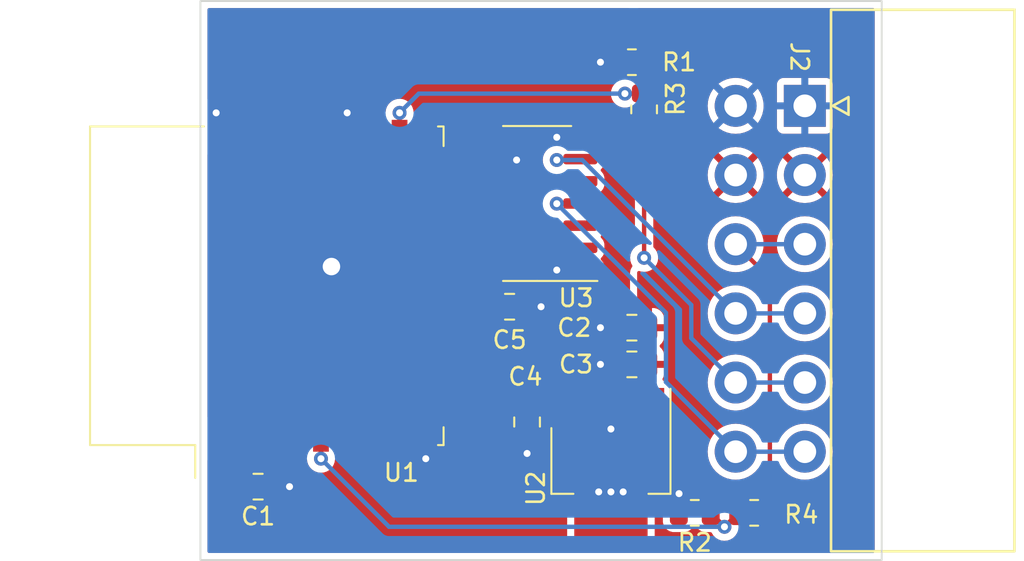
<source format=kicad_pcb>
(kicad_pcb (version 20211014) (generator pcbnew)

  (general
    (thickness 1.6)
  )

  (paper "A4")
  (layers
    (0 "F.Cu" signal)
    (31 "B.Cu" signal)
    (32 "B.Adhes" user "B.Adhesive")
    (33 "F.Adhes" user "F.Adhesive")
    (34 "B.Paste" user)
    (35 "F.Paste" user)
    (36 "B.SilkS" user "B.Silkscreen")
    (37 "F.SilkS" user "F.Silkscreen")
    (38 "B.Mask" user)
    (39 "F.Mask" user)
    (40 "Dwgs.User" user "User.Drawings")
    (41 "Cmts.User" user "User.Comments")
    (42 "Eco1.User" user "User.Eco1")
    (43 "Eco2.User" user "User.Eco2")
    (44 "Edge.Cuts" user)
    (45 "Margin" user)
    (46 "B.CrtYd" user "B.Courtyard")
    (47 "F.CrtYd" user "F.Courtyard")
    (48 "B.Fab" user)
    (49 "F.Fab" user)
    (50 "User.1" user)
    (51 "User.2" user)
    (52 "User.3" user)
    (53 "User.4" user)
    (54 "User.5" user)
    (55 "User.6" user)
    (56 "User.7" user)
    (57 "User.8" user)
    (58 "User.9" user)
  )

  (setup
    (stackup
      (layer "F.SilkS" (type "Top Silk Screen"))
      (layer "F.Paste" (type "Top Solder Paste"))
      (layer "F.Mask" (type "Top Solder Mask") (thickness 0.01))
      (layer "F.Cu" (type "copper") (thickness 0.035))
      (layer "dielectric 1" (type "core") (thickness 1.51) (material "FR4") (epsilon_r 4.5) (loss_tangent 0.02))
      (layer "B.Cu" (type "copper") (thickness 0.035))
      (layer "B.Mask" (type "Bottom Solder Mask") (thickness 0.01))
      (layer "B.Paste" (type "Bottom Solder Paste"))
      (layer "B.SilkS" (type "Bottom Silk Screen"))
      (copper_finish "None")
      (dielectric_constraints no)
    )
    (pad_to_mask_clearance 0)
    (pcbplotparams
      (layerselection 0x00010fc_ffffffff)
      (disableapertmacros false)
      (usegerberextensions false)
      (usegerberattributes true)
      (usegerberadvancedattributes true)
      (creategerberjobfile true)
      (svguseinch false)
      (svgprecision 6)
      (excludeedgelayer true)
      (plotframeref false)
      (viasonmask false)
      (mode 1)
      (useauxorigin false)
      (hpglpennumber 1)
      (hpglpenspeed 20)
      (hpglpendiameter 15.000000)
      (dxfpolygonmode true)
      (dxfimperialunits true)
      (dxfusepcbnewfont true)
      (psnegative false)
      (psa4output false)
      (plotreference true)
      (plotvalue true)
      (plotinvisibletext false)
      (sketchpadsonfab false)
      (subtractmaskfromsilk false)
      (outputformat 1)
      (mirror false)
      (drillshape 1)
      (scaleselection 1)
      (outputdirectory "")
    )
  )

  (net 0 "")
  (net 1 "GND")
  (net 2 "+3V3")
  (net 3 "+5V")
  (net 4 "/ESP_RTS")
  (net 5 "/CASS_SENSE")
  (net 6 "/CASS_MOTOR")
  (net 7 "unconnected-(U1-Pad3)")
  (net 8 "unconnected-(U1-Pad4)")
  (net 9 "/ESP_CTS")
  (net 10 "unconnected-(U1-Pad7)")
  (net 11 "unconnected-(U1-Pad8)")
  (net 12 "unconnected-(U1-Pad10)")
  (net 13 "/ESP_RXD")
  (net 14 "/ESP_TXD")
  (net 15 "unconnected-(U1-Pad14)")
  (net 16 "unconnected-(U1-Pad15)")
  (net 17 "unconnected-(U1-Pad16)")
  (net 18 "unconnected-(U1-Pad17)")
  (net 19 "/CASS_READ")
  (net 20 "/CASS_WRITE")
  (net 21 "unconnected-(U3-Pad2)")
  (net 22 "unconnected-(U3-Pad8)")
  (net 23 "Net-(U3-Pad12)")
  (net 24 "Net-(U3-Pad5)")

  (footprint "Capacitor_SMD:C_0805_2012Metric" (layer "F.Cu") (at 134.7 90.8))

  (footprint "Resistor_SMD:R_0805_2012Metric" (layer "F.Cu") (at 141.7 76.8))

  (footprint "Package_TO_SOT_SMD:SOT-223-3_TabPin2" (layer "F.Cu") (at 140.5 99.6 -90))

  (footprint "Resistor_SMD:R_0805_2012Metric" (layer "F.Cu") (at 148.7 102.6 180))

  (footprint "Capacitor_SMD:C_0805_2012Metric" (layer "F.Cu") (at 141.7 94.1 180))

  (footprint "onitake:Sullins_EBM06DRAN_2x06_P3.96mm_Female_Card_Edge_Right_Angle" (layer "F.Cu") (at 151.6 79.3 -90))

  (footprint "Capacitor_SMD:C_0805_2012Metric" (layer "F.Cu") (at 141.7 92 180))

  (footprint "Resistor_SMD:R_0805_2012Metric" (layer "F.Cu") (at 145.3 102.6))

  (footprint "Package_SO:SOIC-14_3.9x8.7mm_P1.27mm" (layer "F.Cu") (at 136.275 84.89 180))

  (footprint "Resistor_SMD:R_0805_2012Metric" (layer "F.Cu") (at 142.4 79.5 90))

  (footprint "Capacitor_SMD:C_0805_2012Metric" (layer "F.Cu") (at 120.3 101.1 180))

  (footprint "RF_Module:ESP-WROOM-02" (layer "F.Cu") (at 123.9 89.6 90))

  (footprint "Capacitor_SMD:C_0805_2012Metric" (layer "F.Cu") (at 135.7 97.4 -90))

  (gr_rect (start 117 73.3) (end 156 105.3) (layer "Edge.Cuts") (width 0.1) (fill none) (tstamp 75b2ab46-919c-4374-a922-4f718338e7e8))

  (segment (start 140.5 102.75) (end 140.5 101.4) (width 0.25) (layer "F.Cu") (net 1) (tstamp 03c287c8-cc29-40a9-b1ec-1e0edbb76206))
  (segment (start 135.05 82.35) (end 135.1 82.4) (width 0.25) (layer "F.Cu") (net 1) (tstamp 107859bc-9cad-441f-8b2f-3e91b3a01a8f))
  (segment (start 140.7875 76.8) (end 139.9 76.8) (width 0.25) (layer "F.Cu") (net 1) (tstamp 1a7ea072-83c3-487a-b88c-341c536fcc83))
  (segment (start 141.2 102.05) (end 141.2 101.4) (width 0.25) (layer "F.Cu") (net 1) (tstamp 1afc86e9-e875-4970-994b-f8638352c0a5))
  (segment (start 117.9 80.85) (end 117.9 79.7) (width 0.25) (layer "F.Cu") (net 1) (tstamp 1dc607ba-1eef-4c47-a749-f2763627191f))
  (segment (start 124.51 88.5) (end 124.5 88.5) (width 0.25) (layer "F.Cu") (net 1) (tstamp 2fc3efdb-6edc-498d-a6d2-49e95eb99837))
  (segment (start 140.75 92) (end 139.9 92) (width 0.25) (layer "F.Cu") (net 1) (tstamp 33c6e0cb-8250-40bc-93d6-e95e1cbef3d2))
  (segment (start 125.4 80.85) (end 125.4 79.7) (width 0.25) (layer "F.Cu") (net 1) (tstamp 3f32eb95-f1bf-4100-847a-4db62fbee13c))
  (segment (start 135.7 98.35) (end 135.7 99.2) (width 0.25) (layer "F.Cu") (net 1) (tstamp 4a7e91f5-feb2-4d21-8440-ef3feb521581))
  (segment (start 144.3875 101.5125) (end 144.4 101.5) (width 0.25) (layer "F.Cu") (net 1) (tstamp 7ec13f46-7070-4d99-9c84-821f774205bb))
  (segment (start 121.25 101.1) (end 122.1 101.1) (width 0.25) (layer "F.Cu") (net 1) (tstamp 908f6e3f-2056-420a-be39-ef162146f35e))
  (segment (start 138.75 81.08) (end 137.42 81.08) (width 0.25) (layer "F.Cu") (net 1) (tstamp 917cc813-5f26-4a33-b312-60e657e09000))
  (segment (start 129.9 98.35) (end 129.9 99.5) (width 0.25) (layer "F.Cu") (net 1) (tstamp 9219daf6-a93c-4f6e-b18e-8a57bdb5e4f4))
  (segment (start 137.42 81.08) (end 137.4 81.1) (width 0.25) (layer "F.Cu") (net 1) (tstamp 995f035e-854d-43c6-8fad-ba144db53f5e))
  (segment (start 135.65 91.2) (end 136.5 91.2) (width 0.25) (layer "F.Cu") (net 1) (tstamp 9ba51f3b-3db8-4792-9266-434672ad57d6))
  (segment (start 138.75 88.7) (end 137.4 88.7) (width 0.25) (layer "F.Cu") (net 1) (tstamp a690e480-070d-48a9-b86e-73460b05f487))
  (segment (start 140.75 94.1) (end 139.9 94.1) (width 0.25) (layer "F.Cu") (net 1) (tstamp a793ba16-a175-42d4-83ca-534609d3f065))
  (segment (start 133.8 82.35) (end 135.05 82.35) (width 0.25) (layer "F.Cu") (net 1) (tstamp b4820ca1-579b-408b-8dd1-8be9f88ddfd9))
  (segment (start 140.5 102.75) (end 139.8 102.05) (width 0.25) (layer "F.Cu") (net 1) (tstamp bc844eb3-f215-48d2-b7aa-bc77adfcd99f))
  (segment (start 140.5 102.75) (end 141.2 102.05) (width 0.25) (layer "F.Cu") (net 1) (tstamp c38b7339-b0d9-4156-9db6-5b050511676d))
  (segment (start 144.3875 102.6) (end 144.3875 101.5125) (width 0.25) (layer "F.Cu") (net 1) (tstamp e46e2964-e1e4-4c37-9ec9-a88fb334e594))
  (segment (start 140.5 96.45) (end 140.5 97.8) (width 0.25) (layer "F.Cu") (net 1) (tstamp ec2c6b0a-de70-4869-97be-28b0fdf5c36f))
  (segment (start 139.8 102.05) (end 139.8 101.4) (width 0.25) (layer "F.Cu") (net 1) (tstamp ed14404b-788b-4685-ab91-53da9dc8c297))
  (via (at 137.4 88.7) (size 0.8) (drill 0.4) (layers "F.Cu" "B.Cu") (net 1) (tstamp 04c9ec3c-a1d7-4e8f-91e3-f92eba16dc83))
  (via (at 140.5 97.8) (size 0.8) (drill 0.4) (layers "F.Cu" "B.Cu") (net 1) (tstamp 07feacb6-8b91-4f23-9d94-540c55a57242))
  (via (at 139.9 92) (size 0.8) (drill 0.4) (layers "F.Cu" "B.Cu") (net 1) (tstamp 263e766c-365a-438c-9eba-2d591831cac0))
  (via (at 124.5 88.5) (size 1.4) (drill 1) (layers "F.Cu" "B.Cu") (net 1) (tstamp 3601e513-2844-4e21-9c3f-ea9fd71a79b8))
  (via (at 125.4 79.7) (size 0.8) (drill 0.4) (layers "F.Cu" "B.Cu") (net 1) (tstamp 5297d4ca-7d6e-4e15-a746-66d8f9aa0db5))
  (via (at 135.7 99.2) (size 0.8) (drill 0.4) (layers "F.Cu" "B.Cu") (net 1) (tstamp 56b061d4-570f-4f3d-ba97-3a3ea2b2138c))
  (via (at 139.9 94.1) (size 0.8) (drill 0.4) (layers "F.Cu" "B.Cu") (net 1) (tstamp 64de57a0-53a5-4e0d-9233-46be35b31a97))
  (via (at 117.9 79.7) (size 0.8) (drill 0.4) (layers "F.Cu" "B.Cu") (net 1) (tstamp 653729e2-5eaa-4196-8232-7433966ad972))
  (via (at 122.1 101.1) (size 0.8) (drill 0.4) (layers "F.Cu" "B.Cu") (net 1) (tstamp 7fcb5653-d3c7-4457-917a-3ba63ef6ce69))
  (via (at 136.5 90.8) (size 0.8) (drill 0.4) (layers "F.Cu" "B.Cu") (net 1) (tstamp 8134e02f-2f69-470a-aa11-7562cc0a827b))
  (via (at 129.9 99.5) (size 0.8) (drill 0.4) (layers "F.Cu" "B.Cu") (net 1) (tstamp 84b062d9-442b-4f85-9060-6cc1a0ddf5b9))
  (via (at 135.1 82.4) (size 0.8) (drill 0.4) (layers "F.Cu" "B.Cu") (net 1) (tstamp 8a7b5d19-c425-43da-8505-5458c7fe2f88))
  (via (at 141.2 101.4) (size 0.8) (drill 0.4) (layers "F.Cu" "B.Cu") (net 1) (tstamp 9271fd7b-eaaf-43cd-95c5-451ec40eff2a))
  (via (at 139.8 101.4) (size 0.8) (drill 0.4) (layers "F.Cu" "B.Cu") (net 1) (tstamp 94ef1ab1-b5e1-49c9-b5d8-392394d2e2a6))
  (via (at 139.9 76.8) (size 0.8) (drill 0.4) (layers "F.Cu" "B.Cu") (net 1) (tstamp a8ac616a-2cd6-4d1a-835a-fcc68690f399))
  (via (at 137.4 81.1) (size 0.8) (drill 0.4) (layers "F.Cu" "B.Cu") (net 1) (tstamp b4967511-9b61-4650-96c4-a24b1acc2263))
  (via (at 140.5 101.4) (size 0.8) (drill 0.4) (layers "F.Cu" "B.Cu") (net 1) (tstamp b7f8b06a-07be-45f1-960d-1848c903cf82))
  (via (at 144.4 101.5) (size 0.8) (drill 0.4) (layers "F.Cu" "B.Cu") (net 1) (tstamp c3863a14-4cf3-419b-906b-0dffbeba0bbc))
  (segment (start 128.4 94) (end 125.4 97) (width 0.25) (layer "F.Cu") (net 4) (tstamp 194bea92-fe35-43dd-8c74-e93e1fb6ce47))
  (segment (start 128.4 89.3) (end 128.4 94) (width 0.25) (layer "F.Cu") (net 4) (tstamp 4bbee46b-4273-4396-9910-414e0973dcf7))
  (segment (start 133.8 87.43) (end 130.27 87.43) (width 0.25) (layer "F.Cu") (net 4) (tstamp 5ac3e15b-6f63-46ba-be67-5ba0921478bb))
  (segment (start 130.27 87.43) (end 128.4 89.3) (width 0.25) (layer "F.Cu") (net 4) (tstamp 5f59c5a4-1c6e-4271-84c2-b217fe200264))
  (segment (start 125.4 97) (end 125.4 98.35) (width 0.25) (layer "F.Cu") (net 4) (tstamp b8010a9b-a199-4857-9996-f43bd6e00084))
  (segment (start 138.75 84.89) (end 137.41 84.89) (width 0.25) (layer "F.Cu") (net 5) (tstamp a772a04e-d51a-40b9-ba67-2f83fd0cc1f7))
  (segment (start 137.41 84.89) (end 137.4 84.9) (width 0.25) (layer "F.Cu") (net 5) (tstamp eca467c7-f8de-488b-9702-1507ad2cfdf0))
  (via (at 137.4 84.9) (size 0.8) (drill 0.4) (layers "F.Cu" "B.Cu") (net 5) (tstamp fbf82d68-7810-4422-9ff4-95d8623b62dc))
  (segment (start 147.64 99.1) (end 151.6 99.1) (width 0.25) (layer "B.Cu") (net 5) (tstamp 257ae70d-e61c-40d1-b9f3-07fff2b051f4))
  (segment (start 147.64 99.1) (end 143.65 95.11) (width 0.25) (layer "B.Cu") (net 5) (tstamp 3044d508-6dfa-4d91-87af-a9a4b4504655))
  (segment (start 137.4 84.9) (end 143.65 91.15) (width 0.25) (layer "B.Cu") (net 5) (tstamp 97707d2f-c3bc-4847-8bfb-36a6d8d9d36e))
  (segment (start 143.65 91.15) (end 143.65 95.11) (width 0.25) (layer "B.Cu") (net 5) (tstamp da016eb5-871e-437b-92f3-7e9f5e9b8102))
  (segment (start 147.64 87.22) (end 149.6 89.18) (width 0.25) (layer "F.Cu") (net 6) (tstamp 38e90097-bac8-4742-b4a5-af43dfc2bbd3))
  (segment (start 149.6 102.5875) (end 149.6125 102.6) (width 0.25) (layer "F.Cu") (net 6) (tstamp 3b162c47-86f5-4bfa-987e-12f3d378145e))
  (segment (start 149.6 89.18) (end 149.6 102.5875) (width 0.25) (layer "F.Cu") (net 6) (tstamp d0337bf2-6d13-4942-b663-97b5739ec60a))
  (segment (start 147.64 87.22) (end 151.6 87.22) (width 0.25) (layer "B.Cu") (net 6) (tstamp fb25bcfa-e715-450a-a4d4-e8d5504a2cee))
  (segment (start 147 103.3875) (end 147 103.4) (width 0.25) (layer "F.Cu") (net 9) (tstamp 0baeceb4-a9b0-439c-b383-0e0bf7ea42fa))
  (segment (start 146.3125 102.9) (end 146.0125 102.6) (width 0.25) (layer "F.Cu") (net 9) (tstamp 47b1a3bf-db02-4db3-a4a4-d0675a968684))
  (segment (start 147.7875 102.6) (end 147.7875 102.6125) (width 0.25) (layer "F.Cu") (net 9) (tstamp 5c1a5af6-7675-4597-822e-90a194cf93e7))
  (segment (start 147.7875 102.6125) (end 147 103.4) (width 0.25) (layer "F.Cu") (net 9) (tstamp 61cb6ea2-943c-49e9-857a-885add65a2bf))
  (segment (start 147.7875 102.6) (end 147.4875 102.9) (width 0.25) (layer "F.Cu") (net 9) (tstamp 6ec66f7e-9953-45d9-9315-6e24f6117828))
  (segment (start 146.2125 102.6) (end 147 103.3875) (width 0.25) (layer "F.Cu") (net 9) (tstamp b919f4a4-7647-4f61-8425-8c6f39a0c597))
  (segment (start 123.9 98.35) (end 123.9 99.5) (width 0.25) (layer "F.Cu") (net 9) (tstamp c6ef9b5b-6860-425c-abd5-af021ae7fce7))
  (via (at 123.9 99.5) (size 0.8) (drill 0.4) (layers "F.Cu" "B.Cu") (net 9) (tstamp 0f0db0e0-adda-4919-ad25-e7e876749f6a))
  (via (at 147 103.4) (size 0.8) (drill 0.4) (layers "F.Cu" "B.Cu") (net 9) (tstamp 2591fd9e-7768-4175-97ad-1e86f5387d02))
  (segment (start 147 103.4) (end 127.8 103.4) (width 0.25) (layer "B.Cu") (net 9) (tstamp 5f0b65e5-0bb2-4479-83a4-d717554cb88e))
  (segment (start 127.8 103.4) (end 123.9 99.5) (width 0.25) (layer "B.Cu") (net 9) (tstamp 660526d2-bc25-4ffc-a659-3e4a5412d7ca))
  (segment (start 128.4 80.85) (end 128.4 79.7) (width 0.25) (layer "F.Cu") (net 13) (tstamp 2781b6b6-e7b2-4abd-851f-49af375bb7de))
  (segment (start 142.3875 78.6) (end 142.4 78.5875) (width 0.25) (layer "F.Cu") (net 13) (tstamp 309d45b4-f5b5-4c23-80e6-f8e41b2ffaab))
  (segment (start 142.6125 78.375) (end 142.4 78.5875) (width 0.25) (layer "F.Cu") (net 13) (tstamp 38545419-398c-4ae5-bb2d-4fe521dd8fdc))
  (segment (start 141.3125 78.5875) (end 141.3 78.6) (width 0.25) (layer "F.Cu") (net 13) (tstamp 38c388c4-80a4-442f-b900-e4ab847bcb92))
  (segment (start 141.3 78.6) (end 142.3875 78.6) (width 0.25) (layer "F.Cu") (net 13) (tstamp 554406ea-3572-4e0b-93c8-9bd11f8bee7d))
  (segment (start 142.475 77.0125) (end 142.5 77.0375) (width 0.25) (layer "F.Cu") (net 13) (tstamp 5f4bc20e-8413-46e7-8fc5-f920e94b710a))
  (segment (start 142.6125 76.8) (end 142.6125 78.375) (width 0.25) (layer "F.Cu") (net 13) (tstamp 978192a5-8e30-4058-9174-75e704d1113b))
  (via (at 141.3 78.6) (size 0.8) (drill 0.4) (layers "F.Cu" "B.Cu") (net 13) (tstamp 22b0fcc1-6744-447a-98bc-635cd3d2f9f9))
  (via (at 128.4 79.7) (size 0.8) (drill 0.4) (layers "F.Cu" "B.Cu") (net 13) (tstamp 926ea886-b52c-4e43-adfb-eca9c076d1e3))
  (segment (start 128.4 79.7) (end 129.5 78.6) (width 0.25) (layer "B.Cu") (net 13) (tstamp 65f72ec9-4e97-4861-b276-06c5f6de4f34))
  (segment (start 129.5 78.6) (end 141.3 78.6) (width 0.25) (layer "B.Cu") (net 13) (tstamp f59adf6f-04f3-4413-b30c-b5b218b61956))
  (segment (start 126.9 82.2) (end 128.75 84.05) (width 0.25) (layer "F.Cu") (net 14) (tstamp 53cd4613-45cf-406b-bd12-e156402c3ab6))
  (segment (start 129.59 84.89) (end 128.75 84.05) (width 0.25) (layer "F.Cu") (net 14) (tstamp 98341f5b-676d-451c-bdd5-bf6e1712d43b))
  (segment (start 126.9 80.85) (end 126.9 82.2) (width 0.25) (layer "F.Cu") (net 14) (tstamp dcb3f42e-5a63-4558-aac0-5c1cf3f7a14f))
  (segment (start 133.8 84.89) (end 129.59 84.89) (width 0.25) (layer "F.Cu") (net 14) (tstamp e85170df-50e7-48f5-b54e-728134c12c43))
  (segment (start 138.7 82.4) (end 137.4 82.4) (width 0.25) (layer "F.Cu") (net 19) (tstamp 20ef080c-0c73-448a-83e9-7af93e78fca0))
  (segment (start 138.75 82.35) (end 138.7 82.4) (width 0.25) (layer "F.Cu") (net 19) (tstamp fbbc7575-73a7-4870-9ed5-44e9ae3d4df5))
  (via (at 137.4 82.4) (size 0.8) (drill 0.4) (layers "F.Cu" "B.Cu") (net 19) (tstamp 8b9b1b5d-b0a6-4b1a-98a8-ad2a60dd0fcb))
  (segment (start 138.86 82.4) (end 147.64 91.18) (width 0.25) (layer "B.Cu") (net 19) (tstamp 5e0eed93-d973-4ba3-af3b-869d79b32782))
  (segment (start 137.4 82.4) (end 138.86 82.4) (width 0.25) (layer "B.Cu") (net 19) (tstamp 7cc1e5eb-b72a-471e-8ca8-891dcbddc781))
  (segment (start 147.64 91.18) (end 151.6 91.18) (width 0.25) (layer "B.Cu") (net 19) (tstamp 93975c5d-2c07-4188-b918-a5bf934b4bbe))
  (segment (start 142.4 80.4125) (end 142.4 88) (width 0.25) (layer "F.Cu") (net 20) (tstamp ac01b508-543f-4275-828c-f3fd2fc4a65c))
  (via (at 142.4 88) (size 0.8) (drill 0.4) (layers "F.Cu" "B.Cu") (net 20) (tstamp 98351628-5c70-457f-9ef4-47bdc039650f))
  (segment (start 145.1 90.7) (end 142.4 88) (width 0.25) (layer "B.Cu") (net 20) (tstamp 175207d1-27ee-4db3-88e2-c585336c1f64))
  (segment (start 147.64 95.14) (end 145.1 92.6) (width 0.25) (layer "B.Cu") (net 20) (tstamp 2a7f66f8-7522-4595-87ad-f2b899e66152))
  (segment (start 145.1 92.6) (end 145.1 90.7) (width 0.25) (layer "B.Cu") (net 20) (tstamp 44b4a042-83db-4a13-a509-76aed3c47e61))
  (segment (start 147.64 95.14) (end 151.6 95.14) (width 0.25) (layer "B.Cu") (net 20) (tstamp 9a39a1e4-11b6-4130-9133-b5d667f0de37))
  (segment (start 133.8 86.16) (end 138.75 86.16) (width 0.25) (layer "F.Cu") (net 23) (tstamp ca4bf0e0-6385-441c-b9bb-b7ffc775c577))
  (segment (start 133.8 83.62) (end 138.75 83.62) (width 0.25) (layer "F.Cu") (net 24) (tstamp 4184d1f3-12d6-4cf5-8a24-9487a17e027b))

  (zone (net 3) (net_name "+5V") (layer "F.Cu") (tstamp 2a8d29a5-fccd-4a19-ac40-ad08f5d6e573) (hatch edge 0.508)
    (priority 1)
    (connect_pads (clearance 0.4))
    (min_thickness 0.2) (filled_areas_thickness no)
    (fill yes (thermal_gap 0.4) (thermal_bridge_width 0.4))
    (polygon
      (pts
        (xy 156 105.3)
        (xy 142 105.3)
        (xy 142 94.5)
        (xy 142 90.4)
        (xy 142 73.3)
        (xy 156 73.3)
      )
    )
    (filled_polygon
      (layer "F.Cu")
      (pts
        (xy 155.558691 73.719407)
        (xy 155.594655 73.768907)
        (xy 155.5995 73.7995)
        (xy 155.5995 104.8005)
        (xy 155.580593 104.858691)
        (xy 155.531093 104.894655)
        (xy 155.5005 104.8995)
        (xy 142.099 104.8995)
        (xy 142.040809 104.880593)
        (xy 142.004845 104.831093)
        (xy 142 104.8005)
        (xy 142 104.5045)
        (xy 142.018907 104.446309)
        (xy 142.068407 104.410345)
        (xy 142.099 104.4055)
        (xy 142.501 104.4055)
        (xy 142.542838 104.402208)
        (xy 142.562497 104.400661)
        (xy 142.562498 104.400661)
        (xy 142.564428 104.400509)
        (xy 142.577318 104.398468)
        (xy 142.59311 104.395967)
        (xy 142.593119 104.395965)
        (xy 142.595021 104.395664)
        (xy 142.625352 104.388382)
        (xy 142.651224 104.382171)
        (xy 142.651226 104.38217)
        (xy 142.6569 104.380808)
        (xy 142.769941 104.323211)
        (xy 142.819441 104.287247)
        (xy 142.909151 104.197536)
        (xy 142.966747 104.084495)
        (xy 142.985654 104.026304)
        (xy 143.0055 103.901)
        (xy 143.0055 103.115694)
        (xy 143.4745 103.115694)
        (xy 143.477402 103.152569)
        (xy 143.523256 103.310398)
        (xy 143.606919 103.451865)
        (xy 143.723135 103.568081)
        (xy 143.728491 103.571249)
        (xy 143.728493 103.57125)
        (xy 143.789505 103.607332)
        (xy 143.864602 103.651744)
        (xy 143.870586 103.653482)
        (xy 143.870587 103.653483)
        (xy 144.017573 103.696187)
        (xy 144.017577 103.696188)
        (xy 144.022431 103.697598)
        (xy 144.027471 103.697995)
        (xy 144.027473 103.697995)
        (xy 144.043839 103.699283)
        (xy 144.059306 103.7005)
        (xy 144.715694 103.7005)
        (xy 144.731161 103.699283)
        (xy 144.747527 103.697995)
        (xy 144.747529 103.697995)
        (xy 144.752569 103.697598)
        (xy 144.757423 103.696188)
        (xy 144.757427 103.696187)
        (xy 144.904413 103.653483)
        (xy 144.904414 103.653482)
        (xy 144.910398 103.651744)
        (xy 144.985495 103.607332)
        (xy 145.046507 103.57125)
        (xy 145.046509 103.571249)
        (xy 145.051865 103.568081)
        (xy 145.168081 103.451865)
        (xy 145.214786 103.372891)
        (xy 145.260682 103.332428)
        (xy 145.321596 103.32667)
        (xy 145.374261 103.357816)
        (xy 145.385214 103.372891)
        (xy 145.431919 103.451865)
        (xy 145.548135 103.568081)
        (xy 145.553491 103.571249)
        (xy 145.553493 103.57125)
        (xy 145.614505 103.607332)
        (xy 145.689602 103.651744)
        (xy 145.695586 103.653482)
        (xy 145.695587 103.653483)
        (xy 145.842573 103.696187)
        (xy 145.842577 103.696188)
        (xy 145.847431 103.697598)
        (xy 145.852471 103.697995)
        (xy 145.852473 103.697995)
        (xy 145.868839 103.699283)
        (xy 145.884306 103.7005)
        (xy 146.190294 103.7005)
        (xy 146.248485 103.719407)
        (xy 146.274975 103.748215)
        (xy 146.361759 103.891512)
        (xy 146.365607 103.895497)
        (xy 146.365608 103.895498)
        (xy 146.382697 103.913194)
        (xy 146.486514 104.020699)
        (xy 146.491139 104.023725)
        (xy 146.491142 104.023728)
        (xy 146.58931 104.087967)
        (xy 146.636789 104.119036)
        (xy 146.805116 104.181636)
        (xy 146.810602 104.182368)
        (xy 146.810606 104.182369)
        (xy 146.96557 104.203045)
        (xy 146.98313 104.205388)
        (xy 146.988636 104.204887)
        (xy 146.988638 104.204887)
        (xy 147.072555 104.19725)
        (xy 147.161981 104.189112)
        (xy 147.18499 104.181636)
        (xy 147.327517 104.135326)
        (xy 147.327519 104.135325)
        (xy 147.332782 104.133615)
        (xy 147.337538 104.13078)
        (xy 147.33754 104.130779)
        (xy 147.482293 104.044489)
        (xy 147.487044 104.041657)
        (xy 147.617099 103.917807)
        (xy 147.716483 103.768222)
        (xy 147.718449 103.763048)
        (xy 147.720979 103.758124)
        (xy 147.722378 103.758843)
        (xy 147.7563 103.716657)
        (xy 147.810504 103.7005)
        (xy 148.115694 103.7005)
        (xy 148.131161 103.699283)
        (xy 148.147527 103.697995)
        (xy 148.147529 103.697995)
        (xy 148.152569 103.697598)
        (xy 148.157423 103.696188)
        (xy 148.157427 103.696187)
        (xy 148.304413 103.653483)
        (xy 148.304414 103.653482)
        (xy 148.310398 103.651744)
        (xy 148.385495 103.607332)
        (xy 148.446507 103.57125)
        (xy 148.446509 103.571249)
        (xy 148.451865 103.568081)
        (xy 148.568081 103.451865)
        (xy 148.614786 103.372891)
        (xy 148.660682 103.332428)
        (xy 148.721596 103.32667)
        (xy 148.774261 103.357816)
        (xy 148.785214 103.372891)
        (xy 148.831919 103.451865)
        (xy 148.948135 103.568081)
        (xy 148.953491 103.571249)
        (xy 148.953493 103.57125)
        (xy 149.014505 103.607332)
        (xy 149.089602 103.651744)
        (xy 149.095586 103.653482)
        (xy 149.095587 103.653483)
        (xy 149.242573 103.696187)
        (xy 149.242577 103.696188)
        (xy 149.247431 103.697598)
        (xy 149.252471 103.697995)
        (xy 149.252473 103.697995)
        (xy 149.268839 103.699283)
        (xy 149.284306 103.7005)
        (xy 149.940694 103.7005)
        (xy 149.956161 103.699283)
        (xy 149.972527 103.697995)
        (xy 149.972529 103.697995)
        (xy 149.977569 103.697598)
        (xy 149.982423 103.696188)
        (xy 149.982427 103.696187)
        (xy 150.129413 103.653483)
        (xy 150.129414 103.653482)
        (xy 150.135398 103.651744)
        (xy 150.210495 103.607332)
        (xy 150.271507 103.57125)
        (xy 150.271509 103.571249)
        (xy 150.276865 103.568081)
        (xy 150.393081 103.451865)
        (xy 150.476744 103.310398)
        (xy 150.522598 103.152569)
        (xy 150.5255 103.115694)
        (xy 150.5255 102.084306)
        (xy 150.522598 102.047431)
        (xy 150.476744 101.889602)
        (xy 150.393081 101.748135)
        (xy 150.276865 101.631919)
        (xy 150.271505 101.628749)
        (xy 150.271501 101.628746)
        (xy 150.174105 101.571146)
        (xy 150.133642 101.525251)
        (xy 150.1255 101.485933)
        (xy 150.1255 100.106049)
        (xy 150.144407 100.047858)
        (xy 150.193907 100.011894)
        (xy 150.255093 100.011894)
        (xy 150.300083 100.044582)
        (xy 150.301164 100.043659)
        (xy 150.464776 100.235224)
        (xy 150.656341 100.398836)
        (xy 150.871141 100.530466)
        (xy 150.944934 100.561032)
        (xy 151.100298 100.625386)
        (xy 151.100303 100.625388)
        (xy 151.103889 100.626873)
        (xy 151.107663 100.627779)
        (xy 151.107666 100.62778)
        (xy 151.345078 100.684777)
        (xy 151.348852 100.685683)
        (xy 151.352717 100.685987)
        (xy 151.352722 100.685988)
        (xy 151.596125 100.705144)
        (xy 151.6 100.705449)
        (xy 151.603875 100.705144)
        (xy 151.847278 100.685988)
        (xy 151.847283 100.685987)
        (xy 151.851148 100.685683)
        (xy 151.854922 100.684777)
        (xy 152.092334 100.62778)
        (xy 152.092337 100.627779)
        (xy 152.096111 100.626873)
        (xy 152.099697 100.625388)
        (xy 152.099702 100.625386)
        (xy 152.255066 100.561032)
        (xy 152.328859 100.530466)
        (xy 152.543659 100.398836)
        (xy 152.735224 100.235224)
        (xy 152.84555 100.106049)
        (xy 152.896308 100.046619)
        (xy 152.896308 100.046618)
        (xy 152.898836 100.043659)
        (xy 153.030466 99.828859)
        (xy 153.126873 99.596111)
        (xy 153.185683 99.351148)
        (xy 153.205449 99.1)
        (xy 153.185683 98.848852)
        (xy 153.126873 98.603889)
        (xy 153.030466 98.371141)
        (xy 152.898836 98.156341)
        (xy 152.885723 98.140987)
        (xy 152.737758 97.967743)
        (xy 152.735224 97.964776)
        (xy 152.579327 97.831627)
        (xy 152.546619 97.803692)
        (xy 152.546618 97.803692)
        (xy 152.543659 97.801164)
        (xy 152.328859 97.669534)
        (xy 152.240185 97.632804)
        (xy 152.099702 97.574614)
        (xy 152.099697 97.574612)
        (xy 152.096111 97.573127)
        (xy 152.092337 97.572221)
        (xy 152.092334 97.57222)
        (xy 151.854922 97.515223)
        (xy 151.854921 97.515223)
        (xy 151.851148 97.514317)
        (xy 151.847283 97.514013)
        (xy 151.847278 97.514012)
        (xy 151.603875 97.494856)
        (xy 151.6 97.494551)
        (xy 151.596125 97.494856)
        (xy 151.352722 97.514012)
        (xy 151.352717 97.514013)
        (xy 151.348852 97.514317)
        (xy 151.345079 97.515223)
        (xy 151.345078 97.515223)
        (xy 151.107666 97.57222)
        (xy 151.107663 97.572221)
        (xy 151.103889 97.573127)
        (xy 151.100303 97.574612)
        (xy 151.100298 97.574614)
        (xy 150.959815 97.632804)
        (xy 150.871141 97.669534)
        (xy 150.656341 97.801164)
        (xy 150.653382 97.803692)
        (xy 150.653381 97.803692)
        (xy 150.620673 97.831627)
        (xy 150.464776 97.964776)
        (xy 150.301164 98.156341)
        (xy 150.300083 98.155418)
        (xy 150.255095 98.188105)
        (xy 150.193909 98.188106)
        (xy 150.144409 98.152143)
        (xy 150.1255 98.093951)
        (xy 150.1255 96.146049)
        (xy 150.144407 96.087858)
        (xy 150.193907 96.051894)
        (xy 150.255093 96.051894)
        (xy 150.300083 96.084582)
        (xy 150.301164 96.083659)
        (xy 150.464776 96.275224)
        (xy 150.656341 96.438836)
        (xy 150.871141 96.570466)
        (xy 150.959815 96.607196)
        (xy 151.100298 96.665386)
        (xy 151.100303 96.665388)
        (xy 151.103889 96.666873)
        (xy 151.107663 96.667779)
        (xy 151.107666 96.66778)
        (xy 151.345078 96.724777)
        (xy 151.348852 96.725683)
        (xy 151.352717 96.725987)
        (xy 151.352722 96.725988)
        (xy 151.596125 96.745144)
        (xy 151.6 96.745449)
        (xy 151.603875 96.745144)
        (xy 151.847278 96.725988)
        (xy 151.847283 96.725987)
        (xy 151.851148 96.725683)
        (xy 151.854922 96.724777)
        (xy 152.092334 96.66778)
        (xy 152.092337 96.667779)
        (xy 152.096111 96.666873)
        (xy 152.099697 96.665388)
        (xy 152.099702 96.665386)
        (xy 152.240185 96.607196)
        (xy 152.328859 96.570466)
        (xy 152.543659 96.438836)
        (xy 152.735224 96.275224)
        (xy 152.84555 96.146049)
        (xy 152.896308 96.086619)
        (xy 152.896308 96.086618)
        (xy 152.898836 96.083659)
        (xy 153.030466 95.868859)
        (xy 153.126873 95.636111)
        (xy 153.185683 95.391148)
        (xy 153.195376 95.267995)
        (xy 153.205144 95.143875)
        (xy 153.205449 95.14)
        (xy 153.203009 95.109)
        (xy 153.185988 94.892722)
        (xy 153.185987 94.892717)
        (xy 153.185683 94.888852)
        (xy 153.184777 94.885078)
        (xy 153.12778 94.647666)
        (xy 153.127779 94.647663)
        (xy 153.126873 94.643889)
        (xy 153.124721 94.638692)
        (xy 153.031954 94.414734)
        (xy 153.030466 94.411141)
        (xy 152.898836 94.196341)
        (xy 152.885723 94.180987)
        (xy 152.737758 94.007743)
        (xy 152.735224 94.004776)
        (xy 152.543659 93.841164)
        (xy 152.328859 93.709534)
        (xy 152.240185 93.672804)
        (xy 152.099702 93.614614)
        (xy 152.099697 93.614612)
        (xy 152.096111 93.613127)
        (xy 152.092337 93.612221)
        (xy 152.092334 93.61222)
        (xy 151.854922 93.555223)
        (xy 151.854921 93.555223)
        (xy 151.851148 93.554317)
        (xy 151.847283 93.554013)
        (xy 151.847278 93.554012)
        (xy 151.603875 93.534856)
        (xy 151.6 93.534551)
        (xy 151.596125 93.534856)
        (xy 151.352722 93.554012)
        (xy 151.352717 93.554013)
        (xy 151.348852 93.554317)
        (xy 151.345079 93.555223)
        (xy 151.345078 93.555223)
        (xy 151.107666 93.61222)
        (xy 151.107663 93.612221)
        (xy 151.103889 93.613127)
        (xy 151.100303 93.614612)
        (xy 151.100298 93.614614)
        (xy 150.959815 93.672804)
        (xy 150.871141 93.709534)
        (xy 150.656341 93.841164)
        (xy 150.464776 94.004776)
        (xy 150.301164 94.196341)
        (xy 150.300083 94.195418)
        (xy 150.255095 94.228105)
        (xy 150.193909 94.228106)
        (xy 150.144409 94.192143)
        (xy 150.1255 94.133951)
        (xy 150.1255 92.186049)
        (xy 150.144407 92.127858)
        (xy 150.193907 92.091894)
        (xy 150.255093 92.091894)
        (xy 150.300083 92.124582)
        (xy 150.301164 92.123659)
        (xy 150.464776 92.315224)
        (xy 150.656341 92.478836)
        (xy 150.871141 92.610466)
        (xy 150.959815 92.647196)
        (xy 151.100298 92.705386)
        (xy 151.100303 92.705388)
        (xy 151.103889 92.706873)
        (xy 151.107663 92.707779)
        (xy 151.107666 92.70778)
        (xy 151.345078 92.764777)
        (xy 151.348852 92.765683)
        (xy 151.352717 92.765987)
        (xy 151.352722 92.765988)
        (xy 151.596125 92.785144)
        (xy 151.6 92.785449)
        (xy 151.603875 92.785144)
        (xy 151.847278 92.765988)
        (xy 151.847283 92.765987)
        (xy 151.851148 92.765683)
        (xy 151.854922 92.764777)
        (xy 152.092334 92.70778)
        (xy 152.092337 92.707779)
        (xy 152.096111 92.706873)
        (xy 152.099697 92.705388)
        (xy 152.099702 92.705386)
        (xy 152.240185 92.647196)
        (xy 152.328859 92.610466)
        (xy 152.543659 92.478836)
        (xy 152.735224 92.315224)
        (xy 152.84555 92.186049)
        (xy 152.896308 92.126619)
        (xy 152.896308 92.126618)
        (xy 152.898836 92.123659)
        (xy 153.030466 91.908859)
        (xy 153.126873 91.676111)
        (xy 153.185683 91.431148)
        (xy 153.186746 91.417651)
        (xy 153.205144 91.183875)
        (xy 153.205449 91.18)
        (xy 153.185683 90.928852)
        (xy 153.126873 90.683889)
        (xy 153.030466 90.451141)
        (xy 152.898836 90.236341)
        (xy 152.885723 90.220987)
        (xy 152.737758 90.047743)
        (xy 152.735224 90.044776)
        (xy 152.543659 89.881164)
        (xy 152.328859 89.749534)
        (xy 152.240185 89.712804)
        (xy 152.099702 89.654614)
        (xy 152.099697 89.654612)
        (xy 152.096111 89.653127)
        (xy 152.092337 89.652221)
        (xy 152.092334 89.65222)
        (xy 151.854922 89.595223)
        (xy 151.854921 89.595223)
        (xy 151.851148 89.594317)
        (xy 151.847283 89.594013)
        (xy 151.847278 89.594012)
        (xy 151.603875 89.574856)
        (xy 151.6 89.574551)
        (xy 151.596125 89.574856)
        (xy 151.352722 89.594012)
        (xy 151.352717 89.594013)
        (xy 151.348852 89.594317)
        (xy 151.345079 89.595223)
        (xy 151.345078 89.595223)
        (xy 151.107666 89.65222)
        (xy 151.107663 89.652221)
        (xy 151.103889 89.653127)
        (xy 151.100303 89.654612)
        (xy 151.100298 89.654614)
        (xy 150.959815 89.712804)
        (xy 150.871141 89.749534)
        (xy 150.656341 89.881164)
        (xy 150.464776 90.044776)
        (xy 150.301164 90.236341)
        (xy 150.300083 90.235418)
        (xy 150.255095 90.268105)
        (xy 150.193909 90.268106)
        (xy 150.144409 90.232143)
        (xy 150.1255 90.173951)
        (xy 150.1255 89.193877)
        (xy 150.125587 89.189731)
        (xy 150.127804 89.136829)
        (xy 150.128087 89.130081)
        (xy 150.126546 89.123509)
        (xy 150.126545 89.123503)
        (xy 150.118374 89.088667)
        (xy 150.116674 89.079497)
        (xy 150.111817 89.04404)
        (xy 150.111817 89.044039)
        (xy 150.110901 89.037354)
        (xy 150.10822 89.031158)
        (xy 150.104447 89.022438)
        (xy 150.098921 89.00573)
        (xy 150.096751 88.996479)
        (xy 150.09521 88.989907)
        (xy 150.074714 88.952625)
        (xy 150.070613 88.944254)
        (xy 150.0564 88.911409)
        (xy 150.056398 88.911406)
        (xy 150.05372 88.905217)
        (xy 150.043495 88.89259)
        (xy 150.033681 88.877985)
        (xy 150.025848 88.863738)
        (xy 150.019165 88.855995)
        (xy 149.99495 88.83178)
        (xy 149.988016 88.824079)
        (xy 149.967358 88.798568)
        (xy 149.967357 88.798567)
        (xy 149.963112 88.793325)
        (xy 149.947023 88.781891)
        (xy 149.934368 88.771198)
        (xy 149.536002 88.372832)
        (xy 149.129414 87.966245)
        (xy 149.101637 87.911728)
        (xy 149.107954 87.858356)
        (xy 149.165384 87.719706)
        (xy 149.165384 87.719705)
        (xy 149.166873 87.716111)
        (xy 149.181028 87.657153)
        (xy 149.224777 87.474922)
        (xy 149.224777 87.474921)
        (xy 149.225683 87.471148)
        (xy 149.22955 87.422022)
        (xy 149.245144 87.223875)
        (xy 149.245449 87.22)
        (xy 149.994551 87.22)
        (xy 149.994856 87.223875)
        (xy 150.010451 87.422022)
        (xy 150.014317 87.471148)
        (xy 150.015223 87.474921)
        (xy 150.015223 87.474922)
        (xy 150.058973 87.657153)
        (xy 150.073127 87.716111)
        (xy 150.169534 87.948859)
        (xy 150.301164 88.163659)
        (xy 150.303692 88.166618)
        (xy 150.303692 88.166619)
        (xy 150.327808 88.194855)
        (xy 150.464776 88.355224)
        (xy 150.656341 88.518836)
        (xy 150.871141 88.650466)
        (xy 150.950055 88.683153)
        (xy 151.100298 88.745386)
        (xy 151.100303 88.745388)
        (xy 151.103889 88.746873)
        (xy 151.107663 88.747779)
        (xy 151.107666 88.74778)
        (xy 151.344574 88.804656)
        (xy 151.348852 88.805683)
        (xy 151.352717 88.805987)
        (xy 151.352722 88.805988)
        (xy 151.596125 88.825144)
        (xy 151.6 88.825449)
        (xy 151.603875 88.825144)
        (xy 151.847278 88.805988)
        (xy 151.847283 88.805987)
        (xy 151.851148 88.805683)
        (xy 151.855426 88.804656)
        (xy 152.092334 88.74778)
        (xy 152.092337 88.747779)
        (xy 152.096111 88.746873)
        (xy 152.099697 88.745388)
        (xy 152.099702 88.745386)
        (xy 152.249945 88.683153)
        (xy 152.328859 88.650466)
        (xy 152.543659 88.518836)
        (xy 152.735224 88.355224)
        (xy 152.872192 88.194855)
        (xy 152.896308 88.166619)
        (xy 152.896308 88.166618)
        (xy 152.898836 88.163659)
        (xy 153.030466 87.948859)
        (xy 153.126873 87.716111)
        (xy 153.141028 87.657153)
        (xy 153.184777 87.474922)
        (xy 153.184777 87.474921)
        (xy 153.185683 87.471148)
        (xy 153.18955 87.422022)
        (xy 153.205144 87.223875)
        (xy 153.205449 87.22)
        (xy 153.185683 86.968852)
        (xy 153.126873 86.723889)
        (xy 153.030466 86.491141)
        (xy 152.898836 86.276341)
        (xy 152.735224 86.084776)
        (xy 152.543659 85.921164)
        (xy 152.328859 85.789534)
        (xy 152.240185 85.752804)
        (xy 152.099702 85.694614)
        (xy 152.099697 85.694612)
        (xy 152.096111 85.693127)
        (xy 152.092337 85.692221)
        (xy 152.092334 85.69222)
        (xy 151.854922 85.635223)
        (xy 151.854921 85.635223)
        (xy 151.851148 85.634317)
        (xy 151.847283 85.634013)
        (xy 151.847278 85.634012)
        (xy 151.603875 85.614856)
        (xy 151.6 85.614551)
        (xy 151.596125 85.614856)
        (xy 151.352722 85.634012)
        (xy 151.352717 85.634013)
        (xy 151.348852 85.634317)
        (xy 151.345079 85.635223)
        (xy 151.345078 85.635223)
        (xy 151.107666 85.69222)
        (xy 151.107663 85.692221)
        (xy 151.103889 85.693127)
        (xy 151.100303 85.694612)
        (xy 151.100298 85.694614)
        (xy 150.959815 85.752804)
        (xy 150.871141 85.789534)
        (xy 150.656341 85.921164)
        (xy 150.464776 86.084776)
        (xy 150.301164 86.276341)
        (xy 150.169534 86.491141)
        (xy 150.073127 86.723889)
        (xy 150.014317 86.968852)
        (xy 149.994551 87.22)
        (xy 149.245449 87.22)
        (xy 149.225683 86.968852)
        (xy 149.166873 86.723889)
        (xy 149.070466 86.491141)
        (xy 148.938836 86.276341)
        (xy 148.775224 86.084776)
        (xy 148.583659 85.921164)
        (xy 148.368859 85.789534)
        (xy 148.280185 85.752804)
        (xy 148.139702 85.694614)
        (xy 148.139697 85.694612)
        (xy 148.136111 85.693127)
        (xy 148.132337 85.692221)
        (xy 148.132334 85.69222)
        (xy 147.894922 85.635223)
        (xy 147.894921 85.635223)
        (xy 147.891148 85.634317)
        (xy 147.887283 85.634013)
        (xy 147.887278 85.634012)
        (xy 147.643875 85.614856)
        (xy 147.64 85.614551)
        (xy 147.636125 85.614856)
        (xy 147.392722 85.634012)
        (xy 147.392717 85.634013)
        (xy 147.388852 85.634317)
        (xy 147.385079 85.635223)
        (xy 147.385078 85.635223)
        (xy 147.147666 85.69222)
        (xy 147.147663 85.692221)
        (xy 147.143889 85.693127)
        (xy 147.140303 85.694612)
        (xy 147.140298 85.694614)
        (xy 146.999815 85.752804)
        (xy 146.911141 85.789534)
        (xy 146.696341 85.921164)
        (xy 146.504776 86.084776)
        (xy 146.341164 86.276341)
        (xy 146.209534 86.491141)
        (xy 146.113127 86.723889)
        (xy 146.054317 86.968852)
        (xy 146.034551 87.22)
        (xy 146.034856 87.223875)
        (xy 146.050451 87.422022)
        (xy 146.054317 87.471148)
        (xy 146.055223 87.474921)
        (xy 146.055223 87.474922)
        (xy 146.098973 87.657153)
        (xy 146.113127 87.716111)
        (xy 146.209534 87.948859)
        (xy 146.341164 88.163659)
        (xy 146.343692 88.166618)
        (xy 146.343692 88.166619)
        (xy 146.367808 88.194855)
        (xy 146.504776 88.355224)
        (xy 146.696341 88.518836)
        (xy 146.911141 88.650466)
        (xy 146.990055 88.683153)
        (xy 147.140298 88.745386)
        (xy 147.140303 88.745388)
        (xy 147.143889 88.746873)
        (xy 147.147663 88.747779)
        (xy 147.147666 88.74778)
        (xy 147.384574 88.804656)
        (xy 147.388852 88.805683)
        (xy 147.392717 88.805987)
        (xy 147.392722 88.805988)
        (xy 147.636125 88.825144)
        (xy 147.64 88.825449)
        (xy 147.643875 88.825144)
        (xy 147.887278 88.805988)
        (xy 147.887283 88.805987)
        (xy 147.891148 88.805683)
        (xy 147.895426 88.804656)
        (xy 148.132334 88.74778)
        (xy 148.132337 88.747779)
        (xy 148.136111 88.746873)
        (xy 148.168119 88.733615)
        (xy 148.278356 88.687954)
        (xy 148.339352 88.683153)
        (xy 148.386245 88.709414)
        (xy 149.045504 89.368673)
        (xy 149.073281 89.42319)
        (xy 149.0745 89.438677)
        (xy 149.0745 90.126832)
        (xy 149.055593 90.185023)
        (xy 149.006093 90.220987)
        (xy 148.944907 90.220987)
        (xy 148.90022 90.191127)
        (xy 148.777758 90.047743)
        (xy 148.775224 90.044776)
        (xy 148.583659 89.881164)
        (xy 148.368859 89.749534)
        (xy 148.280185 89.712804)
        (xy 148.139702 89.654614)
        (xy 148.139697 89.654612)
        (xy 148.136111 89.653127)
        (xy 148.132337 89.652221)
        (xy 148.132334 89.65222)
        (xy 147.894922 89.595223)
        (xy 147.894921 89.595223)
        (xy 147.891148 89.594317)
        (xy 147.887283 89.594013)
        (xy 147.887278 89.594012)
        (xy 147.643875 89.574856)
        (xy 147.64 89.574551)
        (xy 147.636125 89.574856)
        (xy 147.392722 89.594012)
        (xy 147.392717 89.594013)
        (xy 147.388852 89.594317)
        (xy 147.385079 89.595223)
        (xy 147.385078 89.595223)
        (xy 147.147666 89.65222)
        (xy 147.147663 89.652221)
        (xy 147.143889 89.653127)
        (xy 147.140303 89.654612)
        (xy 147.140298 89.654614)
        (xy 146.999815 89.712804)
        (xy 146.911141 89.749534)
        (xy 146.696341 89.881164)
        (xy 146.504776 90.044776)
        (xy 146.502242 90.047743)
        (xy 146.354278 90.220987)
        (xy 146.341164 90.236341)
        (xy 146.209534 90.451141)
        (xy 146.113127 90.683889)
        (xy 146.054317 90.928852)
        (xy 146.034551 91.18)
        (xy 146.034856 91.183875)
        (xy 146.053255 91.417651)
        (xy 146.054317 91.431148)
        (xy 146.113127 91.676111)
        (xy 146.209534 91.908859)
        (xy 146.341164 92.123659)
        (xy 146.343692 92.126618)
        (xy 146.343692 92.126619)
        (xy 146.39445 92.186049)
        (xy 146.504776 92.315224)
        (xy 146.696341 92.478836)
        (xy 146.911141 92.610466)
        (xy 146.999815 92.647196)
        (xy 147.140298 92.705386)
        (xy 147.140303 92.705388)
        (xy 147.143889 92.706873)
        (xy 147.147663 92.707779)
        (xy 147.147666 92.70778)
        (xy 147.385078 92.764777)
        (xy 147.388852 92.765683)
        (xy 147.392717 92.765987)
        (xy 147.392722 92.765988)
        (xy 147.636125 92.785144)
        (xy 147.64 92.785449)
        (xy 147.643875 92.785144)
        (xy 147.887278 92.765988)
        (xy 147.887283 92.765987)
        (xy 147.891148 92.765683)
        (xy 147.894922 92.764777)
        (xy 148.132334 92.70778)
        (xy 148.132337 92.707779)
        (xy 148.136111 92.706873)
        (xy 148.139697 92.705388)
        (xy 148.139702 92.705386)
        (xy 148.280185 92.647196)
        (xy 148.368859 92.610466)
        (xy 148.583659 92.478836)
        (xy 148.775224 92.315224)
        (xy 148.79285 92.294587)
        (xy 148.90022 92.168873)
        (xy 148.952389 92.136903)
        (xy 149.013386 92.141704)
        (xy 149.059911 92.181441)
        (xy 149.0745 92.233168)
        (xy 149.0745 94.086832)
        (xy 149.055593 94.145023)
        (xy 149.006093 94.180987)
        (xy 148.944907 94.180987)
        (xy 148.90022 94.151127)
        (xy 148.777758 94.007743)
        (xy 148.775224 94.004776)
        (xy 148.583659 93.841164)
        (xy 148.368859 93.709534)
        (xy 148.280185 93.672804)
        (xy 148.139702 93.614614)
        (xy 148.139697 93.614612)
        (xy 148.136111 93.613127)
        (xy 148.132337 93.612221)
        (xy 148.132334 93.61222)
        (xy 147.894922 93.555223)
        (xy 147.894921 93.555223)
        (xy 147.891148 93.554317)
        (xy 147.887283 93.554013)
        (xy 147.887278 93.554012)
        (xy 147.643875 93.534856)
        (xy 147.64 93.534551)
        (xy 147.636125 93.534856)
        (xy 147.392722 93.554012)
        (xy 147.392717 93.554013)
        (xy 147.388852 93.554317)
        (xy 147.385079 93.555223)
        (xy 147.385078 93.555223)
        (xy 147.147666 93.61222)
        (xy 147.147663 93.612221)
        (xy 147.143889 93.613127)
        (xy 147.140303 93.614612)
        (xy 147.140298 93.614614)
        (xy 146.999815 93.672804)
        (xy 146.911141 93.709534)
        (xy 146.696341 93.841164)
        (xy 146.504776 94.004776)
        (xy 146.502242 94.007743)
        (xy 146.354278 94.180987)
        (xy 146.341164 94.196341)
        (xy 146.209534 94.411141)
        (xy 146.208046 94.414734)
        (xy 146.11528 94.638692)
        (xy 146.113127 94.643889)
        (xy 146.112221 94.647663)
        (xy 146.11222 94.647666)
        (xy 146.055223 94.885078)
        (xy 146.054317 94.888852)
        (xy 146.054013 94.892717)
        (xy 146.054012 94.892722)
        (xy 146.036991 95.109)
        (xy 146.034551 95.14)
        (xy 146.034856 95.143875)
        (xy 146.044625 95.267995)
        (xy 146.054317 95.391148)
        (xy 146.113127 95.636111)
        (xy 146.209534 95.868859)
        (xy 146.341164 96.083659)
        (xy 146.343692 96.086618)
        (xy 146.343692 96.086619)
        (xy 146.39445 96.146049)
        (xy 146.504776 96.275224)
        (xy 146.696341 96.438836)
        (xy 146.911141 96.570466)
        (xy 146.999815 96.607196)
        (xy 147.140298 96.665386)
        (xy 147.140303 96.665388)
        (xy 147.143889 96.666873)
        (xy 147.147663 96.667779)
        (xy 147.147666 96.66778)
        (xy 147.385078 96.724777)
        (xy 147.388852 96.725683)
        (xy 147.392717 96.725987)
        (xy 147.392722 96.725988)
        (xy 147.636125 96.745144)
        (xy 147.64 96.745449)
        (xy 147.643875 96.745144)
        (xy 147.887278 96.725988)
        (xy 147.887283 96.725987)
        (xy 147.891148 96.725683)
        (xy 147.894922 96.724777)
        (xy 148.132334 96.66778)
        (xy 148.132337 96.667779)
        (xy 148.136111 96.666873)
        (xy 148.139697 96.665388)
        (xy 148.139702 96.665386)
        (xy 148.280185 96.607196)
        (xy 148.368859 96.570466)
        (xy 148.583659 96.438836)
        (xy 148.775224 96.275224)
        (xy 148.810159 96.23432)
        (xy 148.90022 96.128873)
        (xy 148.952389 96.096903)
        (xy 149.013386 96.101704)
        (xy 149.059911 96.141441)
        (xy 149.0745 96.193168)
        (xy 149.0745 98.046832)
        (xy 149.055593 98.105023)
        (xy 149.006093 98.140987)
        (xy 148.944907 98.140987)
        (xy 148.90022 98.111127)
        (xy 148.777758 97.967743)
        (xy 148.775224 97.964776)
        (xy 148.619327 97.831627)
        (xy 148.586619 97.803692)
        (xy 148.586618 97.803692)
        (xy 148.583659 97.801164)
        (xy 148.368859 97.669534)
        (xy 148.280185 97.632804)
        (xy 148.139702 97.574614)
        (xy 148.139697 97.574612)
        (xy 148.136111 97.573127)
        (xy 148.132337 97.572221)
        (xy 148.132334 97.57222)
        (xy 147.894922 97.515223)
        (xy 147.894921 97.515223)
        (xy 147.891148 97.514317)
        (xy 147.887283 97.514013)
        (xy 147.887278 97.514012)
        (xy 147.643875 97.494856)
        (xy 147.64 97.494551)
        (xy 147.636125 97.494856)
        (xy 147.392722 97.514012)
        (xy 147.392717 97.514013)
        (xy 147.388852 97.514317)
        (xy 147.385079 97.515223)
        (xy 147.385078 97.515223)
        (xy 147.147666 97.57222)
        (xy 147.147663 97.572221)
        (xy 147.143889 97.573127)
        (xy 147.140303 97.574612)
        (xy 147.140298 97.574614)
        (xy 146.999815 97.632804)
        (xy 146.911141 97.669534)
        (xy 146.696341 97.801164)
        (xy 146.693382 97.803692)
        (xy 146.693381 97.803692)
        (xy 146.660673 97.831627)
        (xy 146.504776 97.964776)
        (xy 146.502242 97.967743)
        (xy 146.354278 98.140987)
        (xy 146.341164 98.156341)
        (xy 146.209534 98.371141)
        (xy 146.113127 98.603889)
        (xy 146.054317 98.848852)
        (xy 146.034551 99.1)
        (xy 146.054317 99.351148)
        (xy 146.113127 99.596111)
        (xy 146.209534 99.828859)
        (xy 146.341164 100.043659)
        (xy 146.343692 100.046618)
        (xy 146.343692 100.046619)
        (xy 146.39445 100.106049)
        (xy 146.504776 100.235224)
        (xy 146.696341 100.398836)
        (xy 146.911141 100.530466)
        (xy 146.984934 100.561032)
        (xy 147.140298 100.625386)
        (xy 147.140303 100.625388)
        (xy 147.143889 100.626873)
        (xy 147.147663 100.627779)
        (xy 147.147666 100.62778)
        (xy 147.385078 100.684777)
        (xy 147.388852 100.685683)
        (xy 147.392717 100.685987)
        (xy 147.392722 100.685988)
        (xy 147.636125 100.705144)
        (xy 147.64 100.705449)
        (xy 147.643875 100.705144)
        (xy 147.887278 100.685988)
        (xy 147.887283 100.685987)
        (xy 147.891148 100.685683)
        (xy 147.894922 100.684777)
        (xy 148.132334 100.62778)
        (xy 148.132337 100.627779)
        (xy 148.136111 100.626873)
        (xy 148.139697 100.625388)
        (xy 148.139702 100.625386)
        (xy 148.295066 100.561032)
        (xy 148.368859 100.530466)
        (xy 148.583659 100.398836)
        (xy 148.775224 100.235224)
        (xy 148.79285 100.214587)
        (xy 148.90022 100.088873)
        (xy 148.952389 100.056903)
        (xy 149.013386 100.061704)
        (xy 149.059911 100.101441)
        (xy 149.0745 100.153168)
        (xy 149.0745 101.500719)
        (xy 149.055593 101.55891)
        (xy 149.025898 101.58593)
        (xy 148.948135 101.631919)
        (xy 148.831919 101.748135)
        (xy 148.828751 101.753491)
        (xy 148.82875 101.753493)
        (xy 148.785214 101.827109)
        (xy 148.739318 101.867572)
        (xy 148.678404 101.87333)
        (xy 148.625739 101.842184)
        (xy 148.614786 101.827109)
        (xy 148.57125 101.753493)
        (xy 148.571249 101.753491)
        (xy 148.568081 101.748135)
        (xy 148.451865 101.631919)
        (xy 148.446509 101.628751)
        (xy 148.446507 101.62875)
        (xy 148.385495 101.592668)
        (xy 148.310398 101.548256)
        (xy 148.304414 101.546518)
        (xy 148.304413 101.546517)
        (xy 148.157427 101.503813)
        (xy 148.157423 101.503812)
        (xy 148.152569 101.502402)
        (xy 148.147529 101.502005)
        (xy 148.147527 101.502005)
        (xy 148.131161 101.500717)
        (xy 148.115694 101.4995)
        (xy 147.459306 101.4995)
        (xy 147.443839 101.500717)
        (xy 147.427473 101.502005)
        (xy 147.427471 101.502005)
        (xy 147.422431 101.502402)
        (xy 147.417577 101.503812)
        (xy 147.417573 101.503813)
        (xy 147.270587 101.546517)
        (xy 147.270586 101.546518)
        (xy 147.264602 101.548256)
        (xy 147.189505 101.592668)
        (xy 147.128493 101.62875)
        (xy 147.128491 101.628751)
        (xy 147.123135 101.631919)
        (xy 147.070004 101.68505)
        (xy 147.015487 101.712827)
        (xy 146.955055 101.703256)
        (xy 146.929996 101.68505)
        (xy 146.876865 101.631919)
        (xy 146.871509 101.628751)
        (xy 146.871507 101.62875)
        (xy 146.810495 101.592668)
        (xy 146.735398 101.548256)
        (xy 146.729414 101.546518)
        (xy 146.729413 101.546517)
        (xy 146.582427 101.503813)
        (xy 146.582423 101.503812)
        (xy 146.577569 101.502402)
        (xy 146.572529 101.502005)
        (xy 146.572527 101.502005)
        (xy 146.556161 101.500717)
        (xy 146.540694 101.4995)
        (xy 145.884306 101.4995)
        (xy 145.868839 101.500717)
        (xy 145.852473 101.502005)
        (xy 145.852471 101.502005)
        (xy 145.847431 101.502402)
        (xy 145.842577 101.503812)
        (xy 145.842573 101.503813)
        (xy 145.695587 101.546517)
        (xy 145.695586 101.546518)
        (xy 145.689602 101.548256)
        (xy 145.614505 101.592668)
        (xy 145.553493 101.62875)
        (xy 145.553491 101.628751)
        (xy 145.548135 101.631919)
        (xy 145.431919 101.748135)
        (xy 145.428751 101.753491)
        (xy 145.42875 101.753493)
        (xy 145.385214 101.827109)
        (xy 145.339318 101.867572)
        (xy 145.278404 101.87333)
        (xy 145.225739 101.842184)
        (xy 145.214787 101.82711)
        (xy 145.188444 101.782567)
        (xy 145.175096 101.722855)
        (xy 145.177768 101.707547)
        (xy 145.17829 101.705514)
        (xy 145.180257 101.700336)
        (xy 145.200375 101.557187)
        (xy 145.204818 101.525575)
        (xy 145.204818 101.525573)
        (xy 145.205251 101.522493)
        (xy 145.205295 101.519375)
        (xy 145.205522 101.503116)
        (xy 145.205522 101.503108)
        (xy 145.205565 101.5)
        (xy 145.20475 101.492738)
        (xy 145.186163 101.327025)
        (xy 145.186162 101.327021)
        (xy 145.185546 101.321528)
        (xy 145.126485 101.151927)
        (xy 145.031316 100.999625)
        (xy 144.90477 100.872193)
        (xy 144.899855 100.869074)
        (xy 144.75781 100.778929)
        (xy 144.757809 100.778928)
        (xy 144.753136 100.775963)
        (xy 144.583951 100.715719)
        (xy 144.578464 100.715065)
        (xy 144.578461 100.715064)
        (xy 144.41112 100.69511)
        (xy 144.411117 100.69511)
        (xy 144.405624 100.694455)
        (xy 144.227017 100.713227)
        (xy 144.221777 100.715011)
        (xy 144.221776 100.715011)
        (xy 144.062249 100.769318)
        (xy 144.062245 100.76932)
        (xy 144.057007 100.771103)
        (xy 144.052297 100.774001)
        (xy 144.052292 100.774003)
        (xy 143.908907 100.862215)
        (xy 143.904045 100.865206)
        (xy 143.775732 100.990859)
        (xy 143.678446 101.141817)
        (xy 143.617022 101.310578)
        (xy 143.594514 101.488753)
        (xy 143.601224 101.557187)
        (xy 143.608552 101.631919)
        (xy 143.612039 101.667486)
        (xy 143.613786 101.672736)
        (xy 143.614936 101.678148)
        (xy 143.61318 101.678521)
        (xy 143.613551 101.731937)
        (xy 143.6044 101.752394)
        (xy 143.523256 101.889602)
        (xy 143.477402 102.047431)
        (xy 143.4745 102.084306)
        (xy 143.4745 103.115694)
        (xy 143.0055 103.115694)
        (xy 143.0055 101.541008)
        (xy 143.00425 101.509189)
        (xy 143.003527 101.5)
        (xy 143.003108 101.494675)
        (xy 143.003106 101.494654)
        (xy 143.003031 101.493702)
        (xy 143.002445 101.488753)
        (xy 142.99986 101.466911)
        (xy 142.999859 101.466907)
        (xy 142.999289 101.462091)
        (xy 142.985339 101.419154)
        (xy 142.961289 101.345135)
        (xy 142.960086 101.341432)
        (xy 142.932309 101.286915)
        (xy 142.930019 101.283763)
        (xy 142.860023 101.187419)
        (xy 142.860019 101.187414)
        (xy 142.857736 101.184272)
        (xy 142.234496 100.561032)
        (xy 142.206719 100.506515)
        (xy 142.2055 100.491028)
        (xy 142.2055 97.949)
        (xy 142.224407 97.890809)
        (xy 142.273907 97.854845)
        (xy 142.3045 97.85)
        (xy 142.58432 97.85)
        (xy 142.597005 97.845878)
        (xy 142.6 97.841757)
        (xy 142.6 97.834319)
        (xy 143 97.834319)
        (xy 143.004122 97.847004)
        (xy 143.008243 97.849999)
        (xy 143.577585 97.849999)
        (xy 143.585329 97.849389)
        (xy 143.667449 97.836384)
        (xy 143.682091 97.831627)
        (xy 143.781106 97.781177)
        (xy 143.793551 97.772135)
        (xy 143.872135 97.693551)
        (xy 143.881177 97.681106)
        (xy 143.931629 97.582088)
        (xy 143.936384 97.567453)
        (xy 143.949391 97.485327)
        (xy 143.95 97.477588)
        (xy 143.95 96.66568)
        (xy 143.945878 96.652995)
        (xy 143.941757 96.65)
        (xy 143.01568 96.65)
        (xy 143.002995 96.654122)
        (xy 143 96.658243)
        (xy 143 97.834319)
        (xy 142.6 97.834319)
        (xy 142.6 95.28068)
        (xy 142.595878 95.267995)
        (xy 142.591757 95.265)
        (xy 142.549 95.265)
        (xy 142.490809 95.246093)
        (xy 142.454845 95.196593)
        (xy 142.45 95.166)
        (xy 142.45 94.99432)
        (xy 142.85 94.99432)
        (xy 142.854122 95.007005)
        (xy 142.858243 95.01)
        (xy 142.901 95.01)
        (xy 142.959191 95.028907)
        (xy 142.995155 95.078407)
        (xy 143 95.109)
        (xy 143 96.23432)
        (xy 143.004122 96.247005)
        (xy 143.008243 96.25)
        (xy 143.934319 96.25)
        (xy 143.947004 96.245878)
        (xy 143.949999 96.241757)
        (xy 143.949999 95.422415)
        (xy 143.949389 95.414671)
        (xy 143.936384 95.332551)
        (xy 143.931627 95.317909)
        (xy 143.881177 95.218894)
        (xy 143.872135 95.206449)
        (xy 143.793551 95.127865)
        (xy 143.781106 95.118823)
        (xy 143.682088 95.068371)
        (xy 143.667453 95.063616)
        (xy 143.585327 95.050609)
        (xy 143.577588 95.05)
        (xy 143.547813 95.05)
        (xy 143.489622 95.031093)
        (xy 143.453658 94.981593)
        (xy 143.453658 94.920407)
        (xy 143.4626 94.900605)
        (xy 143.49811 94.840561)
        (xy 143.50302 94.829216)
        (xy 143.545689 94.682349)
        (xy 143.547497 94.672449)
        (xy 143.549847 94.642584)
        (xy 143.55 94.638692)
        (xy 143.55 94.31568)
        (xy 143.545878 94.302995)
        (xy 143.541757 94.3)
        (xy 142.86568 94.3)
        (xy 142.852995 94.304122)
        (xy 142.85 94.308243)
        (xy 142.85 94.99432)
        (xy 142.45 94.99432)
        (xy 142.45 93.88432)
        (xy 142.85 93.88432)
        (xy 142.854122 93.897005)
        (xy 142.858243 93.9)
        (xy 143.53432 93.9)
        (xy 143.547005 93.895878)
        (xy 143.55 93.891757)
        (xy 143.55 93.561308)
        (xy 143.549847 93.557416)
        (xy 143.547497 93.527551)
        (xy 143.545689 93.517651)
        (xy 143.50302 93.370784)
        (xy 143.49811 93.359439)
        (xy 143.420856 93.228809)
        (xy 143.413279 93.21904)
        (xy 143.314243 93.120004)
        (xy 143.286466 93.065487)
        (xy 143.296037 93.005055)
        (xy 143.314243 92.979996)
        (xy 143.413279 92.88096)
        (xy 143.420856 92.871191)
        (xy 143.49811 92.740561)
        (xy 143.50302 92.729216)
        (xy 143.545689 92.582349)
        (xy 143.547497 92.572449)
        (xy 143.549847 92.542584)
        (xy 143.55 92.538692)
        (xy 143.55 92.21568)
        (xy 143.545878 92.202995)
        (xy 143.541757 92.2)
        (xy 142.86568 92.2)
        (xy 142.852995 92.204122)
        (xy 142.85 92.208243)
        (xy 142.85 93.88432)
        (xy 142.45 93.88432)
        (xy 142.45 91.78432)
        (xy 142.85 91.78432)
        (xy 142.854122 91.797005)
        (xy 142.858243 91.8)
        (xy 143.53432 91.8)
        (xy 143.547005 91.795878)
        (xy 143.55 91.791757)
        (xy 143.55 91.461308)
        (xy 143.549847 91.457416)
        (xy 143.547497 91.427551)
        (xy 143.545689 91.417651)
        (xy 143.50302 91.270784)
        (xy 143.49811 91.259439)
        (xy 143.420856 91.128809)
        (xy 143.413279 91.11904)
        (xy 143.30596 91.011721)
        (xy 143.296191 91.004144)
        (xy 143.165561 90.92689)
        (xy 143.154216 90.92198)
        (xy 143.007349 90.879311)
        (xy 142.997449 90.877503)
        (xy 142.967584 90.875153)
        (xy 142.963692 90.875)
        (xy 142.86568 90.875)
        (xy 142.852995 90.879122)
        (xy 142.85 90.883243)
        (xy 142.85 91.78432)
        (xy 142.45 91.78432)
        (xy 142.45 90.89068)
        (xy 142.445878 90.877995)
        (xy 142.441757 90.875)
        (xy 142.336308 90.875)
        (xy 142.332416 90.875153)
        (xy 142.302551 90.877503)
        (xy 142.292651 90.879311)
        (xy 142.145784 90.92198)
        (xy 142.138321 90.92521)
        (xy 142.077408 90.930971)
        (xy 142.024742 90.899827)
        (xy 142.00044 90.843675)
        (xy 142 90.834354)
        (xy 142 88.847797)
        (xy 142.018907 88.789606)
        (xy 142.068407 88.753642)
        (xy 142.133508 88.755006)
        (xy 142.177049 88.771198)
        (xy 142.205116 88.781636)
        (xy 142.210602 88.782368)
        (xy 142.210606 88.782369)
        (xy 142.372408 88.803957)
        (xy 142.38313 88.805388)
        (xy 142.388636 88.804887)
        (xy 142.388638 88.804887)
        (xy 142.472556 88.79725)
        (xy 142.561981 88.789112)
        (xy 142.599036 88.777072)
        (xy 142.727517 88.735326)
        (xy 142.727519 88.735325)
        (xy 142.732782 88.733615)
        (xy 142.737538 88.73078)
        (xy 142.73754 88.730779)
        (xy 142.851846 88.662639)
        (xy 142.887044 88.641657)
        (xy 143.017099 88.517807)
        (xy 143.116483 88.368222)
        (xy 143.180257 88.200336)
        (xy 143.205251 88.022493)
        (xy 143.205565 88)
        (xy 143.205218 87.996906)
        (xy 143.186163 87.827025)
        (xy 143.186162 87.827021)
        (xy 143.185546 87.821528)
        (xy 143.126485 87.651927)
        (xy 143.031316 87.499625)
        (xy 142.954251 87.422021)
        (xy 142.926665 87.367409)
        (xy 142.9255 87.352263)
        (xy 142.9255 84.525958)
        (xy 146.662713 84.525958)
        (xy 146.663211 84.529102)
        (xy 146.665096 84.531494)
        (xy 146.693674 84.555901)
        (xy 146.699957 84.560465)
        (xy 146.90805 84.687985)
        (xy 146.914962 84.691507)
        (xy 147.140453 84.784909)
        (xy 147.147821 84.787303)
        (xy 147.385157 84.844282)
        (xy 147.392801 84.845493)
        (xy 147.636125 84.864643)
        (xy 147.643875 84.864643)
        (xy 147.887199 84.845493)
        (xy 147.894843 84.844282)
        (xy 148.132179 84.787303)
        (xy 148.139547 84.784909)
        (xy 148.365038 84.691507)
        (xy 148.37195 84.687985)
        (xy 148.580043 84.560465)
        (xy 148.586326 84.555901)
        (xy 148.610395 84.535345)
        (xy 148.616147 84.525958)
        (xy 150.622713 84.525958)
        (xy 150.623211 84.529102)
        (xy 150.625096 84.531494)
        (xy 150.653674 84.555901)
        (xy 150.659957 84.560465)
        (xy 150.86805 84.687985)
        (xy 150.874962 84.691507)
        (xy 151.100453 84.784909)
        (xy 151.107821 84.787303)
        (xy 151.345157 84.844282)
        (xy 151.352801 84.845493)
        (xy 151.596125 84.864643)
        (xy 151.603875 84.864643)
        (xy 151.847199 84.845493)
        (xy 151.854843 84.844282)
        (xy 152.092179 84.787303)
        (xy 152.099547 84.784909)
        (xy 152.325038 84.691507)
        (xy 152.33195 84.687985)
        (xy 152.540043 84.560465)
        (xy 152.546326 84.555901)
        (xy 152.570395 84.535345)
        (xy 152.577365 84.523971)
        (xy 152.577115 84.520797)
        (xy 152.575424 84.518266)
        (xy 151.611086 83.553929)
        (xy 151.599203 83.547875)
        (xy 151.594172 83.548671)
        (xy 150.628767 84.514075)
        (xy 150.622713 84.525958)
        (xy 148.616147 84.525958)
        (xy 148.617365 84.523971)
        (xy 148.617115 84.520797)
        (xy 148.615424 84.518266)
        (xy 147.651086 83.553929)
        (xy 147.639203 83.547875)
        (xy 147.634172 83.548671)
        (xy 146.668767 84.514075)
        (xy 146.662713 84.525958)
        (xy 142.9255 84.525958)
        (xy 142.9255 83.263875)
        (xy 146.035357 83.263875)
        (xy 146.054507 83.507199)
        (xy 146.055718 83.514843)
        (xy 146.112697 83.752179)
        (xy 146.115091 83.759547)
        (xy 146.208493 83.985038)
        (xy 146.212015 83.99195)
        (xy 146.339535 84.200043)
        (xy 146.344099 84.206326)
        (xy 146.364655 84.230395)
        (xy 146.376029 84.237365)
        (xy 146.379203 84.237115)
        (xy 146.381734 84.235424)
        (xy 147.346071 83.271086)
        (xy 147.351313 83.260797)
        (xy 147.927875 83.260797)
        (xy 147.928671 83.265828)
        (xy 148.894075 84.231233)
        (xy 148.905958 84.237287)
        (xy 148.909102 84.236789)
        (xy 148.911494 84.234904)
        (xy 148.935901 84.206326)
        (xy 148.940465 84.200043)
        (xy 149.067985 83.99195)
        (xy 149.071507 83.985038)
        (xy 149.164909 83.759547)
        (xy 149.167303 83.752179)
        (xy 149.224282 83.514843)
        (xy 149.225493 83.507199)
        (xy 149.244643 83.263875)
        (xy 149.995357 83.263875)
        (xy 150.014507 83.507199)
        (xy 150.015718 83.514843)
        (xy 150.072697 83.752179)
        (xy 150.075091 83.759547)
        (xy 150.168493 83.985038)
        (xy 150.172015 83.99195)
        (xy 150.299535 84.200043)
        (xy 150.304099 84.206326)
        (xy 150.324655 84.230395)
        (xy 150.336029 84.237365)
        (xy 150.339203 84.237115)
        (xy 150.341734 84.235424)
        (xy 151.306071 83.271086)
        (xy 151.311313 83.260797)
        (xy 151.887875 83.260797)
        (xy 151.888671 83.265828)
        (xy 152.854075 84.231233)
        (xy 152.865958 84.237287)
        (xy 152.869102 84.236789)
        (xy 152.871494 84.234904)
        (xy 152.895901 84.206326)
        (xy 152.900465 84.200043)
        (xy 153.027985 83.99195)
        (xy 153.031507 83.985038)
        (xy 153.124909 83.759547)
        (xy 153.127303 83.752179)
        (xy 153.184282 83.514843)
        (xy 153.185493 83.507199)
        (xy 153.204643 83.263875)
        (xy 153.204643 83.256125)
        (xy 153.185493 83.012801)
        (xy 153.184282 83.005157)
        (xy 153.127303 82.767821)
        (xy 153.124909 82.760453)
        (xy 153.031507 82.534962)
        (xy 153.027985 82.52805)
        (xy 152.900465 82.319957)
        (xy 152.895901 82.313674)
        (xy 152.875345 82.289605)
        (xy 152.863971 82.282635)
        (xy 152.860797 82.282885)
        (xy 152.858266 82.284576)
        (xy 151.893929 83.248914)
        (xy 151.887875 83.260797)
        (xy 151.311313 83.260797)
        (xy 151.312125 83.259203)
        (xy 151.311329 83.254172)
        (xy 150.345925 82.288767)
        (xy 150.334042 82.282713)
        (xy 150.330898 82.283211)
        (xy 150.328506 82.285096)
        (xy 150.304099 82.313674)
        (xy 150.299535 82.319957)
        (xy 150.172015 82.52805)
        (xy 150.168493 82.534962)
        (xy 150.075091 82.760453)
        (xy 150.072697 82.767821)
        (xy 150.015718 83.005157)
        (xy 150.014507 83.012801)
        (xy 149.995357 83.256125)
        (xy 149.995357 83.263875)
        (xy 149.244643 83.263875)
        (xy 149.244643 83.256125)
        (xy 149.225493 83.012801)
        (xy 149.224282 83.005157)
        (xy 149.167303 82.767821)
        (xy 149.164909 82.760453)
        (xy 149.071507 82.534962)
        (xy 149.067985 82.52805)
        (xy 148.940465 82.319957)
        (xy 148.935901 82.313674)
        (xy 148.915345 82.289605)
        (xy 148.903971 82.282635)
        (xy 148.900797 82.282885)
        (xy 148.898266 82.284576)
        (xy 147.933929 83.248914)
        (xy 147.927875 83.260797)
        (xy 147.351313 83.260797)
        (xy 147.352125 83.259203)
        (xy 147.351329 83.254172)
        (xy 146.385925 82.288767)
        (xy 146.374042 82.282713)
        (xy 146.370898 82.283211)
        (xy 146.368506 82.285096)
        (xy 146.344099 82.313674)
        (xy 146.339535 82.319957)
        (xy 146.212015 82.52805)
        (xy 146.208493 82.534962)
        (xy 146.115091 82.760453)
        (xy 146.112697 82.767821)
        (xy 146.055718 83.005157)
        (xy 146.054507 83.012801)
        (xy 146.035357 83.256125)
        (xy 146.035357 83.263875)
        (xy 142.9255 83.263875)
        (xy 142.9255 81.996029)
        (xy 146.662635 81.996029)
        (xy 146.662885 81.999203)
        (xy 146.664576 82.001734)
        (xy 147.628914 82.966071)
        (xy 147.640797 82.972125)
        (xy 147.645828 82.971329)
        (xy 148.611233 82.005925)
        (xy 148.616275 81.996029)
        (xy 150.622635 81.996029)
        (xy 150.622885 81.999203)
        (xy 150.624576 82.001734)
        (xy 151.588914 82.966071)
        (xy 151.600797 82.972125)
        (xy 151.605828 82.971329)
        (xy 152.571233 82.005925)
        (xy 152.577287 81.994042)
        (xy 152.576789 81.990898)
        (xy 152.574904 81.988506)
        (xy 152.546326 81.964099)
        (xy 152.540043 81.959535)
        (xy 152.33195 81.832015)
        (xy 152.325038 81.828493)
        (xy 152.099547 81.735091)
        (xy 152.092179 81.732697)
        (xy 151.854843 81.675718)
        (xy 151.847199 81.674507)
        (xy 151.603875 81.655357)
        (xy 151.596125 81.655357)
        (xy 151.352801 81.674507)
        (xy 151.345157 81.675718)
        (xy 151.107821 81.732697)
        (xy 151.100453 81.735091)
        (xy 150.874962 81.828493)
        (xy 150.86805 81.832015)
        (xy 150.659957 81.959535)
        (xy 150.653674 81.964099)
        (xy 150.629605 81.984655)
        (xy 150.622635 81.996029)
        (xy 148.616275 81.996029)
        (xy 148.617287 81.994042)
        (xy 148.616789 81.990898)
        (xy 148.614904 81.988506)
        (xy 148.586326 81.964099)
        (xy 148.580043 81.959535)
        (xy 148.37195 81.832015)
        (xy 148.365038 81.828493)
        (xy 148.139547 81.735091)
        (xy 148.132179 81.732697)
        (xy 147.894843 81.675718)
        (xy 147.887199 81.674507)
        (xy 147.643875 81.655357)
        (xy 147.636125 81.655357)
        (xy 147.392801 81.674507)
        (xy 147.385157 81.675718)
        (xy 147.147821 81.732697)
        (xy 147.140453 81.735091)
        (xy 146.914962 81.828493)
        (xy 146.90805 81.832015)
        (xy 146.699957 81.959535)
        (xy 146.693674 81.964099)
        (xy 146.669605 81.984655)
        (xy 146.662635 81.996029)
        (xy 142.9255 81.996029)
        (xy 142.9255 81.404793)
        (xy 142.944407 81.346602)
        (xy 142.996879 81.309725)
        (xy 143.067294 81.289267)
        (xy 143.104413 81.278483)
        (xy 143.104414 81.278482)
        (xy 143.110398 81.276744)
        (xy 143.185495 81.232332)
        (xy 143.246507 81.19625)
        (xy 143.246509 81.196249)
        (xy 143.251865 81.193081)
        (xy 143.368081 81.076865)
        (xy 143.451744 80.935398)
        (xy 143.46206 80.89989)
        (xy 143.496187 80.782427)
        (xy 143.496188 80.782423)
        (xy 143.497598 80.777569)
        (xy 143.5005 80.740694)
        (xy 143.5005 80.084306)
        (xy 143.497598 80.047431)
        (xy 143.492203 80.028859)
        (xy 143.453483 79.895587)
        (xy 143.453482 79.895586)
        (xy 143.451744 79.889602)
        (xy 143.368081 79.748135)
        (xy 143.251865 79.631919)
        (xy 143.246509 79.628751)
        (xy 143.246507 79.62875)
        (xy 143.172891 79.585214)
        (xy 143.132428 79.539318)
        (xy 143.12667 79.478404)
        (xy 143.157816 79.425739)
        (xy 143.172891 79.414786)
        (xy 143.246507 79.37125)
        (xy 143.246509 79.371249)
        (xy 143.251865 79.368081)
        (xy 143.319946 79.3)
        (xy 146.034551 79.3)
        (xy 146.034856 79.303875)
        (xy 146.050481 79.502402)
        (xy 146.054317 79.551148)
        (xy 146.113127 79.796111)
        (xy 146.114612 79.799697)
        (xy 146.114614 79.799702)
        (xy 146.151852 79.889602)
        (xy 146.209534 80.028859)
        (xy 146.341164 80.243659)
        (xy 146.504776 80.435224)
        (xy 146.696341 80.598836)
        (xy 146.911141 80.730466)
        (xy 146.999815 80.767196)
        (xy 147.140298 80.825386)
        (xy 147.140303 80.825388)
        (xy 147.143889 80.826873)
        (xy 147.147663 80.827779)
        (xy 147.147666 80.82778)
        (xy 147.373969 80.88211)
        (xy 147.388852 80.885683)
        (xy 147.392717 80.885987)
        (xy 147.392722 80.885988)
        (xy 147.636125 80.905144)
        (xy 147.64 80.905449)
        (xy 147.643875 80.905144)
        (xy 147.887278 80.885988)
        (xy 147.887283 80.885987)
        (xy 147.891148 80.885683)
        (xy 147.906031 80.88211)
        (xy 148.132334 80.82778)
        (xy 148.132337 80.827779)
        (xy 148.136111 80.826873)
        (xy 148.139697 80.825388)
        (xy 148.139702 80.825386)
        (xy 148.280185 80.767196)
        (xy 148.368859 80.730466)
        (xy 148.583659 80.598836)
        (xy 148.775224 80.435224)
        (xy 148.938836 80.243659)
        (xy 149.070466 80.028859)
        (xy 149.128148 79.889602)
        (xy 149.165386 79.799702)
        (xy 149.165388 79.799697)
        (xy 149.166873 79.796111)
        (xy 149.225683 79.551148)
        (xy 149.22952 79.502402)
        (xy 149.245144 79.303875)
        (xy 149.245449 79.3)
        (xy 149.230056 79.104413)
        (xy 149.225988 79.052722)
        (xy 149.225987 79.052717)
        (xy 149.225683 79.048852)
        (xy 149.166873 78.803889)
        (xy 149.151795 78.767486)
        (xy 149.071954 78.574734)
        (xy 149.070466 78.571141)
        (xy 148.938836 78.356341)
        (xy 148.775224 78.164776)
        (xy 148.662477 78.068481)
        (xy 149.9995 78.068481)
        (xy 149.999501 80.531518)
        (xy 150.014354 80.625304)
        (xy 150.043152 80.681823)
        (xy 150.066901 80.728432)
        (xy 150.07195 80.738342)
        (xy 150.161658 80.82805)
        (xy 150.168595 80.831585)
        (xy 150.168597 80.831586)
        (xy 150.267756 80.88211)
        (xy 150.274696 80.885646)
        (xy 150.28239 80.886865)
        (xy 150.282391 80.886865)
        (xy 150.364635 80.899891)
        (xy 150.364637 80.899891)
        (xy 150.368481 80.9005)
        (xy 151.599841 80.9005)
        (xy 152.831518 80.900499)
        (xy 152.835361 80.89989)
        (xy 152.835366 80.89989)
        (xy 152.872217 80.894053)
        (xy 152.925304 80.885646)
        (xy 152.981823 80.856848)
        (xy 153.031403 80.831586)
        (xy 153.031405 80.831585)
        (xy 153.038342 80.82805)
        (xy 153.12805 80.738342)
        (xy 153.1331 80.728432)
        (xy 153.18211 80.632244)
        (xy 153.18211 80.632243)
        (xy 153.185646 80.625304)
        (xy 153.190239 80.596308)
        (xy 153.199891 80.535365)
        (xy 153.199891 80.535363)
        (xy 153.2005 80.531519)
        (xy 153.200499 78.068482)
        (xy 153.199036 78.059239)
        (xy 153.190238 78.003692)
        (xy 153.185646 77.974696)
        (xy 153.156848 77.918177)
        (xy 153.131586 77.868597)
        (xy 153.131585 77.868595)
        (xy 153.12805 77.861658)
        (xy 153.038342 77.77195)
        (xy 153.031405 77.768415)
        (xy 153.031403 77.768414)
        (xy 152.932244 77.71789)
        (xy 152.932243 77.71789)
        (xy 152.925304 77.714354)
        (xy 152.91761 77.713135)
        (xy 152.917609 77.713135)
        (xy 152.835365 77.700109)
        (xy 152.835363 77.700109)
        (xy 152.831519 77.6995)
        (xy 151.600159 77.6995)
        (xy 150.368482 77.699501)
        (xy 150.364639 77.70011)
        (xy 150.364634 77.70011)
        (xy 150.327783 77.705947)
        (xy 150.274696 77.714354)
        (xy 150.243997 77.729996)
        (xy 150.168597 77.768414)
        (xy 150.168595 77.768415)
        (xy 150.161658 77.77195)
        (xy 150.07195 77.861658)
        (xy 150.068415 77.868595)
        (xy 150.068414 77.868597)
        (xy 150.019189 77.965206)
        (xy 150.014354 77.974696)
        (xy 150.013135 77.98239)
        (xy 150.013135 77.982391)
        (xy 150.000964 78.059239)
        (xy 149.9995 78.068481)
        (xy 148.662477 78.068481)
        (xy 148.583659 78.001164)
        (xy 148.368859 77.869534)
        (xy 148.238938 77.815719)
        (xy 148.139702 77.774614)
        (xy 148.139697 77.774612)
        (xy 148.136111 77.773127)
        (xy 148.132337 77.772221)
        (xy 148.132334 77.77222)
        (xy 147.894922 77.715223)
        (xy 147.894921 77.715223)
        (xy 147.891148 77.714317)
        (xy 147.887283 77.714013)
        (xy 147.887278 77.714012)
        (xy 147.643875 77.694856)
        (xy 147.64 77.694551)
        (xy 147.636125 77.694856)
        (xy 147.392722 77.714012)
        (xy 147.392717 77.714013)
        (xy 147.388852 77.714317)
        (xy 147.385079 77.715223)
        (xy 147.385078 77.715223)
        (xy 147.147666 77.77222)
        (xy 147.147663 77.772221)
        (xy 147.143889 77.773127)
        (xy 147.140303 77.774612)
        (xy 147.140298 77.774614)
        (xy 147.041062 77.815719)
        (xy 146.911141 77.869534)
        (xy 146.696341 78.001164)
        (xy 146.504776 78.164776)
        (xy 146.341164 78.356341)
        (xy 146.209534 78.571141)
        (xy 146.208046 78.574734)
        (xy 146.128206 78.767486)
        (xy 146.113127 78.803889)
        (xy 146.054317 79.048852)
        (xy 146.054013 79.052717)
        (xy 146.054012 79.052722)
        (xy 146.049944 79.104413)
        (xy 146.034551 79.3)
        (xy 143.319946 79.3)
        (xy 143.368081 79.251865)
        (xy 143.386513 79.220699)
        (xy 143.448572 79.115761)
        (xy 143.451744 79.110398)
        (xy 143.469625 79.048852)
        (xy 143.496187 78.957427)
        (xy 143.496188 78.957423)
        (xy 143.497598 78.952569)
        (xy 143.5005 78.915694)
        (xy 143.5005 78.259306)
        (xy 143.497598 78.222431)
        (xy 143.480112 78.162242)
        (xy 143.453483 78.070587)
        (xy 143.453482 78.070586)
        (xy 143.451744 78.064602)
        (xy 143.368081 77.923135)
        (xy 143.31495 77.870004)
        (xy 143.287173 77.815487)
        (xy 143.296744 77.755055)
        (xy 143.31495 77.729996)
        (xy 143.393081 77.651865)
        (xy 143.476744 77.510398)
        (xy 143.522598 77.352569)
        (xy 143.5255 77.315694)
        (xy 143.5255 76.284306)
        (xy 143.522598 76.247431)
        (xy 143.476744 76.089602)
        (xy 143.393081 75.948135)
        (xy 143.276865 75.831919)
        (xy 143.271509 75.828751)
        (xy 143.271507 75.82875)
        (xy 143.210495 75.792668)
        (xy 143.135398 75.748256)
        (xy 143.129414 75.746518)
        (xy 143.129413 75.746517)
        (xy 142.982427 75.703813)
        (xy 142.982423 75.703812)
        (xy 142.977569 75.702402)
        (xy 142.972529 75.702005)
        (xy 142.972527 75.702005)
        (xy 142.956161 75.700717)
        (xy 142.940694 75.6995)
        (xy 142.284306 75.6995)
        (xy 142.268839 75.700717)
        (xy 142.252473 75.702005)
        (xy 142.252471 75.702005)
        (xy 142.247431 75.702402)
        (xy 142.242577 75.703812)
        (xy 142.242573 75.703813)
        (xy 142.12662 75.737501)
        (xy 142.065465 75.735579)
        (xy 142.017119 75.698078)
        (xy 142 75.642432)
        (xy 142 73.7995)
        (xy 142.018907 73.741309)
        (xy 142.068407 73.705345)
        (xy 142.099 73.7005)
        (xy 155.5005 73.7005)
      )
    )
  )
  (zone (net 1) (net_name "GND") (layer "F.Cu") (tstamp 68fd53ad-1d61-49cb-8787-3587b6f8adac) (hatch edge 0.508)
    (priority 2)
    (connect_pads yes (clearance 0.4))
    (min_thickness 0.2) (filled_areas_thickness no)
    (fill yes (thermal_gap 0.4) (thermal_bridge_width 0.4))
    (polygon
      (pts
        (xy 141.8 100.7)
        (xy 142.6 101.5)
        (xy 142.6 104)
        (xy 138.4 104)
        (xy 138.4 101.5)
        (xy 139.3 100.7)
        (xy 139.3 95.2)
        (xy 141.8 95.2)
      )
    )
    (filled_polygon
      (layer "F.Cu")
      (pts
        (xy 141.628081 95.218907)
        (xy 141.664045 95.268407)
        (xy 141.664045 95.324647)
        (xy 141.664354 95.324696)
        (xy 141.6495 95.418481)
        (xy 141.649501 97.481518)
        (xy 141.664354 97.575304)
        (xy 141.66789 97.582243)
        (xy 141.712111 97.669031)
        (xy 141.72195 97.688342)
        (xy 141.771004 97.737396)
        (xy 141.798781 97.791913)
        (xy 141.8 97.8074)
        (xy 141.8 100.7)
        (xy 142.571004 101.471004)
        (xy 142.598781 101.525521)
        (xy 142.6 101.541008)
        (xy 142.6 103.901)
        (xy 142.581093 103.959191)
        (xy 142.531593 103.995155)
        (xy 142.501 104)
        (xy 138.499 104)
        (xy 138.440809 103.981093)
        (xy 138.404845 103.931593)
        (xy 138.4 103.901)
        (xy 138.4 101.544458)
        (xy 138.418907 101.486267)
        (xy 138.433228 101.470464)
        (xy 139.3 100.7)
        (xy 139.3 97.669031)
        (xy 139.310791 97.624085)
        (xy 139.332109 97.582247)
        (xy 139.33211 97.582243)
        (xy 139.335646 97.575304)
        (xy 139.3505 97.481519)
        (xy 139.350499 95.418482)
        (xy 139.335646 95.324696)
        (xy 139.335954 95.324647)
        (xy 139.335957 95.268404)
        (xy 139.371922 95.218905)
        (xy 139.43011 95.2)
        (xy 141.56989 95.2)
      )
    )
  )
  (zone (net 2) (net_name "+3V3") (layer "F.Cu") (tstamp a33c6b0a-fa6c-475a-820a-fd4103d39e48) (hatch edge 0.508)
    (connect_pads (clearance 0.4))
    (min_thickness 0.2) (filled_areas_thickness no)
    (fill yes (thermal_gap 0.4) (thermal_bridge_width 0.4))
    (polygon
      (pts
        (xy 156 105.3)
        (xy 117 105.3)
        (xy 117 73.3)
        (xy 156 73.3)
      )
    )
    (filled_polygon
      (layer "F.Cu")
      (pts
        (xy 141.553691 73.719407)
        (xy 141.589655 73.768907)
        (xy 141.5945 73.7995)
        (xy 141.5945 75.642432)
        (xy 141.603516 75.702402)
        (xy 141.608994 75.738838)
        (xy 141.598948 75.799193)
        (xy 141.555345 75.842117)
        (xy 141.49484 75.851213)
        (xy 141.45275 75.832804)
        (xy 141.451865 75.831919)
        (xy 141.310398 75.748256)
        (xy 141.304414 75.746518)
        (xy 141.304413 75.746517)
        (xy 141.157427 75.703813)
        (xy 141.157423 75.703812)
        (xy 141.152569 75.702402)
        (xy 141.147529 75.702005)
        (xy 141.147527 75.702005)
        (xy 141.131161 75.700717)
        (xy 141.115694 75.6995)
        (xy 140.459306 75.6995)
        (xy 140.443839 75.700717)
        (xy 140.427473 75.702005)
        (xy 140.427471 75.702005)
        (xy 140.422431 75.702402)
        (xy 140.417577 75.703812)
        (xy 140.417573 75.703813)
        (xy 140.270587 75.746517)
        (xy 140.270586 75.746518)
        (xy 140.264602 75.748256)
        (xy 140.241927 75.761666)
        (xy 140.128493 75.82875)
        (xy 140.128491 75.828751)
        (xy 140.123135 75.831919)
        (xy 140.006919 75.948135)
        (xy 140.00375 75.953493)
        (xy 140.000692 75.957436)
        (xy 139.950088 75.991829)
        (xy 139.916659 75.994579)
        (xy 139.916655 75.995149)
        (xy 139.911121 75.995111)
        (xy 139.905624 75.994455)
        (xy 139.727017 76.013227)
        (xy 139.721777 76.015011)
        (xy 139.721776 76.015011)
        (xy 139.562249 76.069318)
        (xy 139.562245 76.06932)
        (xy 139.557007 76.071103)
        (xy 139.552297 76.074001)
        (xy 139.552292 76.074003)
        (xy 139.408907 76.162215)
        (xy 139.404045 76.165206)
        (xy 139.275732 76.290859)
        (xy 139.178446 76.441817)
        (xy 139.117022 76.610578)
        (xy 139.094514 76.788753)
        (xy 139.095054 76.794256)
        (xy 139.111499 76.961984)
        (xy 139.1115 76.961989)
        (xy 139.112039 76.967486)
        (xy 139.168726 77.137896)
        (xy 139.171591 77.142627)
        (xy 139.171593 77.142631)
        (xy 139.25889 77.286775)
        (xy 139.261759 77.291512)
        (xy 139.386514 77.420699)
        (xy 139.391139 77.423725)
        (xy 139.391142 77.423728)
        (xy 139.532163 77.516009)
        (xy 139.536789 77.519036)
        (xy 139.705116 77.581636)
        (xy 139.710602 77.582368)
        (xy 139.710606 77.582369)
        (xy 139.863314 77.602744)
        (xy 139.88313 77.605388)
        (xy 139.888636 77.604887)
        (xy 139.888639 77.604887)
        (xy 139.912188 77.602744)
        (xy 139.971852 77.616301)
        (xy 139.998312 77.642842)
        (xy 139.999932 77.641585)
        (xy 140.003752 77.64651)
        (xy 140.006919 77.651865)
        (xy 140.123135 77.768081)
        (xy 140.128491 77.771249)
        (xy 140.128493 77.77125)
        (xy 140.184787 77.804542)
        (xy 140.264602 77.851744)
        (xy 140.270586 77.853482)
        (xy 140.270587 77.853483)
        (xy 140.417573 77.896187)
        (xy 140.417577 77.896188)
        (xy 140.422431 77.897598)
        (xy 140.427471 77.897995)
        (xy 140.427473 77.897995)
        (xy 140.443839 77.899283)
        (xy 140.459306 77.9005)
        (xy 140.627528 77.9005)
        (xy 140.685719 77.919407)
        (xy 140.721683 77.968907)
        (xy 140.721683 78.030093)
        (xy 140.696794 78.070233)
        (xy 140.679688 78.086984)
        (xy 140.679684 78.086989)
        (xy 140.675732 78.090859)
        (xy 140.578446 78.241817)
        (xy 140.517022 78.410578)
        (xy 140.494514 78.588753)
        (xy 140.495054 78.594256)
        (xy 140.511499 78.761984)
        (xy 140.5115 78.761989)
        (xy 140.512039 78.767486)
        (xy 140.568726 78.937896)
        (xy 140.571591 78.942627)
        (xy 140.571593 78.942631)
        (xy 140.64793 79.068678)
        (xy 140.661759 79.091512)
        (xy 140.786514 79.220699)
        (xy 140.791139 79.223725)
        (xy 140.791142 79.223728)
        (xy 140.932163 79.316009)
        (xy 140.936789 79.319036)
        (xy 141.105116 79.381636)
        (xy 141.110602 79.382368)
        (xy 141.110606 79.382369)
        (xy 141.272408 79.403957)
        (xy 141.28313 79.405388)
        (xy 141.288636 79.404887)
        (xy 141.288638 79.404887)
        (xy 141.359421 79.398445)
        (xy 141.461981 79.389112)
        (xy 141.467242 79.387403)
        (xy 141.467245 79.387402)
        (xy 141.498023 79.377401)
        (xy 141.559208 79.3774)
        (xy 141.579011 79.386341)
        (xy 141.627109 79.414786)
        (xy 141.667572 79.460682)
        (xy 141.67333 79.521596)
        (xy 141.642184 79.574261)
        (xy 141.627109 79.585214)
        (xy 141.553493 79.62875)
        (xy 141.553491 79.628751)
        (xy 141.548135 79.631919)
        (xy 141.431919 79.748135)
        (xy 141.428751 79.753491)
        (xy 141.42875 79.753493)
        (xy 141.408643 79.787492)
        (xy 141.348256 79.889602)
        (xy 141.346518 79.895586)
        (xy 141.346517 79.895587)
        (xy 141.323534 79.974696)
        (xy 141.302402 80.047431)
        (xy 141.2995 80.084306)
        (xy 141.2995 80.740694)
        (xy 141.302402 80.777569)
        (xy 141.303812 80.782423)
        (xy 141.303813 80.782427)
        (xy 141.308179 80.797453)
        (xy 141.348256 80.935398)
        (xy 141.431919 81.076865)
        (xy 141.548135 81.193081)
        (xy 141.553491 81.196249)
        (xy 141.553493 81.19625)
        (xy 141.614505 81.232332)
        (xy 141.689602 81.276744)
        (xy 141.695586 81.278482)
        (xy 141.695587 81.278483)
        (xy 141.732706 81.289267)
        (xy 141.803121 81.309725)
        (xy 141.853725 81.344115)
        (xy 141.8745 81.404793)
        (xy 141.8745 87.352523)
        (xy 141.855593 87.410714)
        (xy 141.84477 87.423253)
        (xy 141.775732 87.490859)
        (xy 141.678446 87.641817)
        (xy 141.617022 87.810578)
        (xy 141.594514 87.988753)
        (xy 141.595054 87.994256)
        (xy 141.611499 88.161984)
        (xy 141.6115 88.161989)
        (xy 141.612039 88.167486)
        (xy 141.668726 88.337896)
        (xy 141.671591 88.342627)
        (xy 141.671593 88.342631)
        (xy 141.674247 88.347013)
        (xy 141.716908 88.417453)
        (xy 141.717337 88.418162)
        (xy 141.731309 88.477731)
        (xy 141.707599 88.534136)
        (xy 141.702675 88.539434)
        (xy 141.690849 88.551261)
        (xy 141.633253 88.664302)
        (xy 141.614346 88.722493)
        (xy 141.5945 88.847797)
        (xy 141.5945 90.834354)
        (xy 141.594951 90.853474)
        (xy 141.595391 90.862795)
        (xy 141.596741 90.881853)
        (xy 141.597852 90.88618)
        (xy 141.597853 90.886185)
        (xy 141.617273 90.961806)
        (xy 141.613433 91.02287)
        (xy 141.574434 91.070016)
        (xy 141.515172 91.085235)
        (xy 141.458282 91.062713)
        (xy 141.45138 91.056434)
        (xy 141.401865 91.006919)
        (xy 141.396509 91.003751)
        (xy 141.396507 91.00375)
        (xy 141.325583 90.961806)
        (xy 141.260398 90.923256)
        (xy 141.254414 90.921518)
        (xy 141.254413 90.921517)
        (xy 141.107427 90.878813)
        (xy 141.107423 90.878812)
        (xy 141.102569 90.877402)
        (xy 141.097529 90.877005)
        (xy 141.097527 90.877005)
        (xy 141.081161 90.875717)
        (xy 141.065694 90.8745)
        (xy 140.434306 90.8745)
        (xy 140.418839 90.875717)
        (xy 140.402473 90.877005)
        (xy 140.402471 90.877005)
        (xy 140.397431 90.877402)
        (xy 140.392577 90.878812)
        (xy 140.392573 90.878813)
        (xy 140.245587 90.921517)
        (xy 140.245586 90.921518)
        (xy 140.239602 90.923256)
        (xy 140.174417 90.961806)
        (xy 140.103493 91.00375)
        (xy 140.103491 91.003751)
        (xy 140.098135 91.006919)
        (xy 139.981919 91.123135)
        (xy 139.978747 91.128499)
        (xy 139.978746 91.1285)
        (xy 139.967348 91.147773)
        (xy 139.921452 91.188236)
        (xy 139.892483 91.195836)
        (xy 139.847269 91.200588)
        (xy 139.727017 91.213227)
        (xy 139.721777 91.215011)
        (xy 139.721776 91.215011)
        (xy 139.562249 91.269318)
        (xy 139.562245 91.26932)
        (xy 139.557007 91.271103)
        (xy 139.552297 91.274001)
        (xy 139.552292 91.274003)
        (xy 139.440816 91.342584)
        (xy 139.404045 91.365206)
        (xy 139.275732 91.490859)
        (xy 139.178446 91.641817)
        (xy 139.117022 91.810578)
        (xy 139.094514 91.988753)
        (xy 139.095054 91.994256)
        (xy 139.111499 92.161984)
        (xy 139.1115 92.161989)
        (xy 139.112039 92.167486)
        (xy 139.168726 92.337896)
        (xy 139.171591 92.342627)
        (xy 139.171593 92.342631)
        (xy 139.25889 92.486775)
        (xy 139.261759 92.491512)
        (xy 139.386514 92.620699)
        (xy 139.391139 92.623725)
        (xy 139.391142 92.623728)
        (xy 139.436023 92.653097)
        (xy 139.536789 92.719036)
        (xy 139.705116 92.781636)
        (xy 139.710602 92.782368)
        (xy 139.710606 92.782369)
        (xy 139.846548 92.800507)
        (xy 139.88313 92.805388)
        (xy 139.885852 92.80514)
        (xy 139.94268 92.82493)
        (xy 139.968035 92.853389)
        (xy 139.981919 92.876865)
        (xy 140.08505 92.979996)
        (xy 140.112827 93.034513)
        (xy 140.103256 93.094945)
        (xy 140.08505 93.120004)
        (xy 139.981919 93.223135)
        (xy 139.978747 93.228499)
        (xy 139.978746 93.2285)
        (xy 139.967348 93.247773)
        (xy 139.921452 93.288236)
        (xy 139.892483 93.295836)
        (xy 139.847269 93.300588)
        (xy 139.727017 93.313227)
        (xy 139.721777 93.315011)
        (xy 139.721776 93.315011)
        (xy 139.562249 93.369318)
        (xy 139.562245 93.36932)
        (xy 139.557007 93.371103)
        (xy 139.552297 93.374001)
        (xy 139.552292 93.374003)
        (xy 139.433796 93.446903)
        (xy 139.404045 93.465206)
        (xy 139.275732 93.590859)
        (xy 139.178446 93.741817)
        (xy 139.117022 93.910578)
        (xy 139.094514 94.088753)
        (xy 139.09756 94.119817)
        (xy 139.111499 94.261984)
        (xy 139.1115 94.261989)
        (xy 139.112039 94.267486)
        (xy 139.168726 94.437896)
        (xy 139.171591 94.442627)
        (xy 139.171593 94.442631)
        (xy 139.25889 94.586775)
        (xy 139.261759 94.591512)
        (xy 139.309254 94.640694)
        (xy 139.325778 94.657805)
        (xy 139.3526 94.712798)
        (xy 139.341975 94.773054)
        (xy 139.297961 94.815557)
        (xy 139.285153 94.820731)
        (xy 139.246624 94.833249)
        (xy 139.133583 94.890843)
        (xy 139.043872 94.98055)
        (xy 139.02306 95.009193)
        (xy 138.973561 95.045155)
        (xy 138.94297 95.05)
        (xy 138.41568 95.05)
        (xy 138.402995 95.054122)
        (xy 138.4 95.058243)
        (xy 138.4 97.834319)
        (xy 138.404122 97.847004)
        (xy 138.408243 97.849999)
        (xy 138.7955 97.849999)
        (xy 138.853691 97.868906)
        (xy 138.889655 97.918406)
        (xy 138.8945 97.948999)
        (xy 138.8945 100.473446)
        (xy 138.875593 100.531637)
        (xy 138.861272 100.54744)
        (xy 138.163828 101.16739)
        (xy 138.132753 101.198168)
        (xy 138.118432 101.213971)
        (xy 138.090849 101.247922)
        (xy 138.088476 101.25258)
        (xy 138.088475 101.252581)
        (xy 138.056325 101.31568)
        (xy 138.033253 101.360963)
        (xy 138.014346 101.419154)
        (xy 137.9945 101.544458)
        (xy 137.9945 103.901)
        (xy 137.999491 103.964428)
        (xy 138.004336 103.995021)
        (xy 138.019192 104.0569)
        (xy 138.076789 104.169941)
        (xy 138.112753 104.219441)
        (xy 138.202464 104.309151)
        (xy 138.315505 104.366747)
        (xy 138.373696 104.385654)
        (xy 138.461387 104.399543)
        (xy 138.495154 104.404891)
        (xy 138.495156 104.404891)
        (xy 138.499 104.4055)
        (xy 141.4955 104.4055)
        (xy 141.553691 104.424407)
        (xy 141.589655 104.473907)
        (xy 141.5945 104.5045)
        (xy 141.5945 104.8005)
        (xy 141.575593 104.858691)
        (xy 141.526093 104.894655)
        (xy 141.4955 104.8995)
        (xy 117.4995 104.8995)
        (xy 117.441309 104.880593)
        (xy 117.405345 104.831093)
        (xy 117.4005 104.8005)
        (xy 117.4005 101.638692)
        (xy 118.45 101.638692)
        (xy 118.450153 101.642584)
        (xy 118.452503 101.672449)
        (xy 118.454311 101.682349)
        (xy 118.49698 101.829216)
        (xy 118.50189 101.840561)
        (xy 118.579144 101.971191)
        (xy 118.586721 101.98096)
        (xy 118.69404 102.088279)
        (xy 118.703809 102.095856)
        (xy 118.834439 102.17311)
        (xy 118.845784 102.17802)
        (xy 118.992651 102.220689)
        (xy 119.002551 102.222497)
        (xy 119.032416 102.224847)
        (xy 119.036308 102.225)
        (xy 119.13432 102.225)
        (xy 119.147005 102.220878)
        (xy 119.15 102.216757)
        (xy 119.15 102.20932)
        (xy 119.55 102.20932)
        (xy 119.554122 102.222005)
        (xy 119.558243 102.225)
        (xy 119.663692 102.225)
        (xy 119.667584 102.224847)
        (xy 119.697449 102.222497)
        (xy 119.707349 102.220689)
        (xy 119.854216 102.17802)
        (xy 119.865561 102.17311)
        (xy 119.996191 102.095856)
        (xy 120.00596 102.088279)
        (xy 120.113279 101.98096)
        (xy 120.120856 101.971191)
        (xy 120.19811 101.840561)
        (xy 120.20302 101.829216)
        (xy 120.204671 101.823533)
        (xy 120.239062 101.772928)
        (xy 120.29663 101.752202)
        (xy 120.355386 101.769272)
        (xy 120.392887 101.817618)
        (xy 120.394809 101.823534)
        (xy 120.396516 101.829411)
        (xy 120.396518 101.829415)
        (xy 120.398256 101.835398)
        (xy 120.481919 101.976865)
        (xy 120.598135 102.093081)
        (xy 120.603491 102.096249)
        (xy 120.603493 102.09625)
        (xy 120.664505 102.132332)
        (xy 120.739602 102.176744)
        (xy 120.745586 102.178482)
        (xy 120.745587 102.178483)
        (xy 120.892573 102.221187)
        (xy 120.892577 102.221188)
        (xy 120.897431 102.222598)
        (xy 120.902471 102.222995)
        (xy 120.902473 102.222995)
        (xy 120.918839 102.224283)
        (xy 120.934306 102.2255)
        (xy 121.565694 102.2255)
        (xy 121.581161 102.224283)
        (xy 121.597527 102.222995)
        (xy 121.597529 102.222995)
        (xy 121.602569 102.222598)
        (xy 121.607423 102.221188)
        (xy 121.607427 102.221187)
        (xy 121.754413 102.178483)
        (xy 121.754414 102.178482)
        (xy 121.760398 102.176744)
        (xy 121.835495 102.132332)
        (xy 121.896507 102.09625)
        (xy 121.896509 102.096249)
        (xy 121.901865 102.093081)
        (xy 122.018081 101.976865)
        (xy 122.033268 101.951185)
        (xy 122.079164 101.910722)
        (xy 122.109508 101.902988)
        (xy 122.261981 101.889112)
        (xy 122.267241 101.887403)
        (xy 122.427517 101.835326)
        (xy 122.427519 101.835325)
        (xy 122.432782 101.833615)
        (xy 122.437538 101.83078)
        (xy 122.43754 101.830779)
        (xy 122.582293 101.744489)
        (xy 122.587044 101.741657)
        (xy 122.717099 101.617807)
        (xy 122.816483 101.468222)
        (xy 122.880257 101.300336)
        (xy 122.897092 101.180545)
        (xy 122.904818 101.125575)
        (xy 122.904818 101.125573)
        (xy 122.905251 101.122493)
        (xy 122.905565 101.1)
        (xy 122.885546 100.921528)
        (xy 122.826485 100.751927)
        (xy 122.731316 100.599625)
        (xy 122.60477 100.472193)
        (xy 122.533671 100.427072)
        (xy 122.45781 100.378929)
        (xy 122.457809 100.378928)
        (xy 122.453136 100.375963)
        (xy 122.40617 100.359239)
        (xy 122.28916 100.317574)
        (xy 122.289161 100.317574)
        (xy 122.283951 100.315719)
        (xy 122.278464 100.315065)
        (xy 122.278461 100.315064)
        (xy 122.105624 100.294455)
        (xy 122.105963 100.291616)
        (xy 122.058562 100.275961)
        (xy 122.031925 100.246543)
        (xy 122.021254 100.228499)
        (xy 122.021251 100.228495)
        (xy 122.018081 100.223135)
        (xy 121.901865 100.106919)
        (xy 121.896509 100.103751)
        (xy 121.896507 100.10375)
        (xy 121.835495 100.067668)
        (xy 121.760398 100.023256)
        (xy 121.754414 100.021518)
        (xy 121.754413 100.021517)
        (xy 121.607427 99.978813)
        (xy 121.607423 99.978812)
        (xy 121.602569 99.977402)
        (xy 121.597529 99.977005)
        (xy 121.597527 99.977005)
        (xy 121.581161 99.975717)
        (xy 121.565694 99.9745)
        (xy 120.934306 99.9745)
        (xy 120.918839 99.975717)
        (xy 120.902473 99.977005)
        (xy 120.902471 99.977005)
        (xy 120.897431 99.977402)
        (xy 120.892577 99.978812)
        (xy 120.892573 99.978813)
        (xy 120.745587 100.021517)
        (xy 120.745586 100.021518)
        (xy 120.739602 100.023256)
        (xy 120.664505 100.067668)
        (xy 120.603493 100.10375)
        (xy 120.603491 100.103751)
        (xy 120.598135 100.106919)
        (xy 120.481919 100.223135)
        (xy 120.478751 100.228491)
        (xy 120.47875 100.228493)
        (xy 120.450678 100.275961)
        (xy 120.398256 100.364602)
        (xy 120.396518 100.370585)
        (xy 120.396516 100.370589)
        (xy 120.394809 100.376466)
        (xy 120.360418 100.427072)
        (xy 120.30285 100.447798)
        (xy 120.244094 100.430728)
        (xy 120.206593 100.382383)
        (xy 120.204671 100.376467)
        (xy 120.20302 100.370784)
        (xy 120.19811 100.359439)
        (xy 120.120856 100.228809)
        (xy 120.113279 100.21904)
        (xy 120.00596 100.111721)
        (xy 119.996191 100.104144)
        (xy 119.865561 100.02689)
        (xy 119.854216 100.02198)
        (xy 119.707349 99.979311)
        (xy 119.697449 99.977503)
        (xy 119.667584 99.975153)
        (xy 119.663692 99.975)
        (xy 119.56568 99.975)
        (xy 119.552995 99.979122)
        (xy 119.55 99.983243)
        (xy 119.55 102.20932)
        (xy 119.15 102.20932)
        (xy 119.15 101.31568)
        (xy 119.145878 101.302995)
        (xy 119.141757 101.3)
        (xy 118.46568 101.3)
        (xy 118.452995 101.304122)
        (xy 118.45 101.308243)
        (xy 118.45 101.638692)
        (xy 117.4005 101.638692)
        (xy 117.4005 100.88432)
        (xy 118.45 100.88432)
        (xy 118.454122 100.897005)
        (xy 118.458243 100.9)
        (xy 119.13432 100.9)
        (xy 119.147005 100.895878)
        (xy 119.15 100.891757)
        (xy 119.15 99.99068)
        (xy 119.145878 99.977995)
        (xy 119.141757 99.975)
        (xy 119.036308 99.975)
        (xy 119.032416 99.975153)
        (xy 119.002551 99.977503)
        (xy 118.992651 99.979311)
        (xy 118.845784 100.02198)
        (xy 118.834439 100.02689)
        (xy 118.703809 100.104144)
        (xy 118.69404 100.111721)
        (xy 118.586721 100.21904)
        (xy 118.579144 100.228809)
        (xy 118.50189 100.359439)
        (xy 118.49698 100.370784)
        (xy 118.454311 100.517651)
        (xy 118.452503 100.527551)
        (xy 118.450153 100.557416)
        (xy 118.45 100.561308)
        (xy 118.45 100.88432)
        (xy 117.4005 100.88432)
        (xy 117.4005 99.599)
        (xy 117.419407 99.540809)
        (xy 117.468907 99.504845)
        (xy 117.4995 99.5)
        (xy 117.68432 99.5)
        (xy 117.697005 99.495878)
        (xy 117.7 99.491757)
        (xy 117.7 99.484319)
        (xy 118.1 99.484319)
        (xy 118.104122 99.497004)
        (xy 118.108243 99.499999)
        (xy 118.377585 99.499999)
        (xy 118.385329 99.499389)
        (xy 118.467449 99.486384)
        (xy 118.482091 99.481627)
        (xy 118.581105 99.431177)
        (xy 118.591811 99.423399)
        (xy 118.650002 99.404493)
        (xy 118.708189 99.423399)
        (xy 118.718895 99.431177)
        (xy 118.817912 99.481629)
        (xy 118.832547 99.486384)
        (xy 118.914673 99.499391)
        (xy 118.922412 99.5)
        (xy 119.18432 99.5)
        (xy 119.197005 99.495878)
        (xy 119.2 99.491757)
        (xy 119.2 98.56568)
        (xy 119.195878 98.552995)
        (xy 119.191757 98.55)
        (xy 118.11568 98.55)
        (xy 118.102995 98.554122)
        (xy 118.1 98.558243)
        (xy 118.1 99.484319)
        (xy 117.7 99.484319)
        (xy 117.7 98.13432)
        (xy 118.1 98.13432)
        (xy 118.104122 98.147005)
        (xy 118.108243 98.15)
        (xy 119.18432 98.15)
        (xy 119.197005 98.145878)
        (xy 119.2 98.141757)
        (xy 119.2 97.215681)
        (xy 119.195878 97.202996)
        (xy 119.191757 97.200001)
        (xy 118.922415 97.200001)
        (xy 118.914671 97.200611)
        (xy 118.832551 97.213616)
        (xy 118.817909 97.218373)
        (xy 118.718895 97.268823)
        (xy 118.708189 97.276601)
        (xy 118.649998 97.295507)
        (xy 118.591811 97.276601)
        (xy 118.581105 97.268823)
        (xy 118.482088 97.218371)
        (xy 118.467453 97.213616)
        (xy 118.385327 97.200609)
        (xy 118.377588 97.2)
        (xy 118.11568 97.2)
        (xy 118.102995 97.204122)
        (xy 118.1 97.208243)
        (xy 118.1 98.13432)
        (xy 117.7 98.13432)
        (xy 117.7 97.215681)
        (xy 117.695878 97.202996)
        (xy 117.691757 97.200001)
        (xy 117.4995 97.200001)
        (xy 117.441309 97.181094)
        (xy 117.405345 97.131594)
        (xy 117.4005 97.101001)
        (xy 117.4005 86.468481)
        (xy 122.1095 86.468481)
        (xy 122.109501 90.531518)
        (xy 122.124354 90.625304)
        (xy 122.18195 90.738342)
        (xy 122.271658 90.82805)
        (xy 122.278595 90.831585)
        (xy 122.278597 90.831586)
        (xy 122.377252 90.881853)
        (xy 122.384696 90.885646)
        (xy 122.39239 90.886865)
        (xy 122.392391 90.886865)
        (xy 122.474635 90.899891)
        (xy 122.474637 90.899891)
        (xy 122.478481 90.9005)
        (xy 124.509739 90.9005)
        (xy 126.541518 90.900499)
        (xy 126.545361 90.89989)
        (xy 126.545366 90.89989)
        (xy 126.582217 90.894053)
        (xy 126.635304 90.885646)
        (xy 126.699658 90.852856)
        (xy 126.741403 90.831586)
        (xy 126.741405 90.831585)
        (xy 126.748342 90.82805)
        (xy 126.83805 90.738342)
        (xy 126.895646 90.625304)
        (xy 126.90096 90.591757)
        (xy 126.909891 90.535365)
        (xy 126.909891 90.535363)
        (xy 126.9105 90.531519)
        (xy 126.910499 86.468482)
        (xy 126.895646 86.374696)
        (xy 126.83805 86.261658)
        (xy 126.748342 86.17195)
        (xy 126.741405 86.168415)
        (xy 126.741403 86.168414)
        (xy 126.642244 86.11789)
        (xy 126.642243 86.11789)
        (xy 126.635304 86.114354)
        (xy 126.62761 86.113135)
        (xy 126.627609 86.113135)
        (xy 126.545365 86.100109)
        (xy 126.545363 86.100109)
        (xy 126.541519 86.0995)
        (xy 124.510261 86.0995)
        (xy 122.478482 86.099501)
        (xy 122.474639 86.10011)
        (xy 122.474634 86.10011)
        (xy 122.437783 86.105947)
        (xy 122.384696 86.114354)
        (xy 122.328177 86.143152)
        (xy 122.278597 86.168414)
        (xy 122.278595 86.168415)
        (xy 122.271658 86.17195)
        (xy 122.18195 86.261658)
        (xy 122.178415 86.268595)
        (xy 122.178414 86.268597)
        (xy 122.12789 86.367756)
        (xy 122.124354 86.374696)
        (xy 122.123135 86.38239)
        (xy 122.123135 86.382391)
        (xy 122.112671 86.448461)
        (xy 122.1095 86.468481)
        (xy 117.4005 86.468481)
        (xy 117.4005 82.0995)
        (xy 117.419407 82.041309)
        (xy 117.468907 82.005345)
        (xy 117.4995 82.0005)
        (xy 118.337354 82.000499)
        (xy 118.381518 82.000499)
        (xy 118.385361 81.99989)
        (xy 118.385366 81.99989)
        (xy 118.43517 81.992002)
        (xy 118.475304 81.985646)
        (xy 118.588342 81.92805)
        (xy 118.592636 81.923756)
        (xy 118.650003 81.905118)
        (xy 118.707364 81.923756)
        (xy 118.711658 81.92805)
        (xy 118.824696 81.985646)
        (xy 118.83239 81.986865)
        (xy 118.832391 81.986865)
        (xy 118.914635 81.999891)
        (xy 118.914637 81.999891)
        (xy 118.918481 82.0005)
        (xy 119.399938 82.0005)
        (xy 119.881518 82.000499)
        (xy 119.885361 81.99989)
        (xy 119.885366 81.99989)
        (xy 119.93517 81.992002)
        (xy 119.975304 81.985646)
        (xy 120.088342 81.92805)
        (xy 120.092636 81.923756)
        (xy 120.150003 81.905118)
        (xy 120.207364 81.923756)
        (xy 120.211658 81.92805)
        (xy 120.324696 81.985646)
        (xy 120.33239 81.986865)
        (xy 120.332391 81.986865)
        (xy 120.414635 81.999891)
        (xy 120.414637 81.999891)
        (xy 120.418481 82.0005)
        (xy 120.899938 82.0005)
        (xy 121.381518 82.000499)
        (xy 121.385361 81.99989)
        (xy 121.385366 81.99989)
        (xy 121.43517 81.992002)
        (xy 121.475304 81.985646)
        (xy 121.588342 81.92805)
        (xy 121.592636 81.923756)
        (xy 121.650003 81.905118)
        (xy 121.707364 81.923756)
        (xy 121.711658 81.92805)
        (xy 121.824696 81.985646)
        (xy 121.83239 81.986865)
        (xy 121.832391 81.986865)
        (xy 121.914635 81.999891)
        (xy 121.914637 81.999891)
        (xy 121.918481 82.0005)
        (xy 122.399938 82.0005)
        (xy 122.881518 82.000499)
        (xy 122.885361 81.99989)
        (xy 122.885366 81.99989)
        (xy 122.93517 81.992002)
        (xy 122.975304 81.985646)
        (xy 123.088342 81.92805)
        (xy 123.092636 81.923756)
        (xy 123.150003 81.905118)
        (xy 123.207364 81.923756)
        (xy 123.211658 81.92805)
        (xy 123.324696 81.985646)
        (xy 123.33239 81.986865)
        (xy 123.332391 81.986865)
        (xy 123.414635 81.999891)
        (xy 123.414637 81.999891)
        (xy 123.418481 82.0005)
        (xy 123.899938 82.0005)
        (xy 124.381518 82.000499)
        (xy 124.385361 81.99989)
        (xy 124.385366 81.99989)
        (xy 124.43517 81.992002)
        (xy 124.475304 81.985646)
        (xy 124.588342 81.92805)
        (xy 124.592636 81.923756)
        (xy 124.650003 81.905118)
        (xy 124.707364 81.923756)
        (xy 124.711658 81.92805)
        (xy 124.824696 81.985646)
        (xy 124.83239 81.986865)
        (xy 124.832391 81.986865)
        (xy 124.914635 81.999891)
        (xy 124.914637 81.999891)
        (xy 124.918481 82.0005)
        (xy 125.399938 82.0005)
        (xy 125.881518 82.000499)
        (xy 125.885361 81.99989)
        (xy 125.885366 81.99989)
        (xy 125.93517 81.992002)
        (xy 125.975304 81.985646)
        (xy 126.088342 81.92805)
        (xy 126.092636 81.923756)
        (xy 126.150003 81.905118)
        (xy 126.207364 81.923756)
        (xy 126.211658 81.92805)
        (xy 126.234085 81.939477)
        (xy 126.320445 81.98348)
        (xy 126.36371 82.026745)
        (xy 126.3745 82.07169)
        (xy 126.3745 82.186123)
        (xy 126.374413 82.190269)
        (xy 126.371913 82.249919)
        (xy 126.373454 82.256491)
        (xy 126.373455 82.256497)
        (xy 126.381626 82.291333)
        (xy 126.383326 82.300503)
        (xy 126.389099 82.342646)
        (xy 126.39178 82.348841)
        (xy 126.39178 82.348842)
        (xy 126.395553 82.357562)
        (xy 126.401078 82.374268)
        (xy 126.40479 82.390093)
        (xy 126.411949 82.403116)
        (xy 126.425287 82.427378)
        (xy 126.429389 82.435752)
        (xy 126.44628 82.474783)
        (xy 126.450528 82.480029)
        (xy 126.456508 82.487414)
        (xy 126.46632 82.502015)
        (xy 126.474153 82.516263)
        (xy 126.480836 82.524005)
        (xy 126.50505 82.548219)
        (xy 126.511977 82.555912)
        (xy 126.536888 82.586675)
        (xy 126.542393 82.590587)
        (xy 126.542395 82.590589)
        (xy 126.552982 82.598113)
        (xy 126.565638 82.608807)
        (xy 128.330836 84.374005)
        (xy 129.208612 85.251782)
        (xy 129.211482 85.254775)
        (xy 129.251884 85.298712)
        (xy 129.257624 85.302271)
        (xy 129.28804 85.321131)
        (xy 129.295723 85.326411)
        (xy 129.329604 85.352127)
        (xy 129.335883 85.354613)
        (xy 129.344714 85.35811)
        (xy 129.360433 85.366015)
        (xy 129.37425 85.374582)
        (xy 129.380728 85.376464)
        (xy 129.38073 85.376465)
        (xy 129.399364 85.381879)
        (xy 129.415114 85.386455)
        (xy 129.42392 85.38947)
        (xy 129.463472 85.405129)
        (xy 129.470185 85.405835)
        (xy 129.470191 85.405836)
        (xy 129.479635 85.406829)
        (xy 129.496904 85.410217)
        (xy 129.507529 85.413304)
        (xy 129.507535 85.413305)
        (xy 129.512512 85.414751)
        (xy 129.517682 85.415131)
        (xy 129.517684 85.415131)
        (xy 129.520911 85.415368)
        (xy 129.520918 85.415368)
        (xy 129.522712 85.4155)
        (xy 129.556953 85.4155)
        (xy 129.567299 85.416042)
        (xy 129.606661 85.420179)
        (xy 129.626131 85.416886)
        (xy 129.64264 85.4155)
        (xy 132.525808 85.4155)
        (xy 132.585664 85.435644)
        (xy 132.599497 85.446144)
        (xy 132.634416 85.496387)
        (xy 132.633134 85.557559)
        (xy 132.599497 85.603856)
        (xy 132.582078 85.617078)
        (xy 132.577995 85.622457)
        (xy 132.57646 85.62448)
        (xy 132.490887 85.737217)
        (xy 132.435364 85.877453)
        (xy 132.4245 85.967228)
        (xy 132.4245 86.352772)
        (xy 132.435364 86.442547)
        (xy 132.490887 86.582783)
        (xy 132.582078 86.702922)
        (xy 132.587457 86.707005)
        (xy 132.599497 86.716144)
        (xy 132.634416 86.766387)
        (xy 132.633134 86.827559)
        (xy 132.599497 86.873856)
        (xy 132.585664 86.884356)
        (xy 132.525808 86.9045)
        (xy 130.283868 86.9045)
        (xy 130.279722 86.904413)
        (xy 130.272897 86.904127)
        (xy 130.220081 86.901913)
        (xy 130.178662 86.911627)
        (xy 130.169509 86.913324)
        (xy 130.150701 86.915901)
        (xy 130.134039 86.918183)
        (xy 130.134038 86.918183)
        (xy 130.127354 86.919099)
        (xy 130.112433 86.925556)
        (xy 130.095735 86.931079)
        (xy 130.079907 86.934791)
        (xy 130.042625 86.955287)
        (xy 130.034266 86.959382)
        (xy 130.001413 86.973598)
        (xy 130.001409 86.973601)
        (xy 129.995217 86.97628)
        (xy 129.989973 86.980527)
        (xy 129.989969 86.980529)
        (xy 129.982593 86.986503)
        (xy 129.967978 86.996324)
        (xy 129.958285 87.001652)
        (xy 129.95828 87.001656)
        (xy 129.953737 87.004153)
        (xy 129.945995 87.010836)
        (xy 129.921781 87.03505)
        (xy 129.914088 87.041977)
        (xy 129.883325 87.066888)
        (xy 129.879413 87.072393)
        (xy 129.879411 87.072395)
        (xy 129.871887 87.082982)
        (xy 129.861193 87.095638)
        (xy 128.03823 88.918601)
        (xy 128.035237 88.921471)
        (xy 127.991288 88.961884)
        (xy 127.968874 88.998034)
        (xy 127.963592 89.005719)
        (xy 127.937872 89.039604)
        (xy 127.935389 89.045875)
        (xy 127.935388 89.045877)
        (xy 127.931888 89.054717)
        (xy 127.923979 89.070442)
        (xy 127.915418 89.08425)
        (xy 127.913536 89.090728)
        (xy 127.90355 89.125098)
        (xy 127.90053 89.133918)
        (xy 127.887356 89.167194)
        (xy 127.887355 89.167197)
        (xy 127.884871 89.173472)
        (xy 127.884165 89.180185)
        (xy 127.884164 89.180191)
        (xy 127.883171 89.189635)
        (xy 127.879783 89.206904)
        (xy 127.876696 89.217529)
        (xy 127.876695 89.217535)
        (xy 127.875249 89.222512)
        (xy 127.8745 89.232712)
        (xy 127.8745 89.266954)
        (xy 127.873958 89.2773)
        (xy 127.869821 89.316662)
        (xy 127.872773 89.334113)
        (xy 127.873114 89.336131)
        (xy 127.8745 89.352641)
        (xy 127.8745 93.741322)
        (xy 127.855593 93.799513)
        (xy 127.845504 93.811326)
        (xy 125.03823 96.618601)
        (xy 125.035237 96.621471)
        (xy 124.991288 96.661884)
        (xy 124.987731 96.667621)
        (xy 124.968874 96.698034)
        (xy 124.963592 96.705719)
        (xy 124.937872 96.739604)
        (xy 124.935389 96.745875)
        (xy 124.935388 96.745877)
        (xy 124.931888 96.754717)
        (xy 124.923979 96.770442)
        (xy 124.915418 96.78425)
        (xy 124.913536 96.790728)
        (xy 124.90355 96.825098)
        (xy 124.90053 96.833918)
        (xy 124.887356 96.867194)
        (xy 124.887355 96.867197)
        (xy 124.884871 96.873472)
        (xy 124.884165 96.880185)
        (xy 124.884164 96.880191)
        (xy 124.883171 96.889635)
        (xy 124.879783 96.906904)
        (xy 124.876696 96.917529)
        (xy 124.876695 96.917535)
        (xy 124.875249 96.922512)
        (xy 124.8745 96.932712)
        (xy 124.8745 96.966954)
        (xy 124.873958 96.9773)
        (xy 124.869821 97.016662)
        (xy 124.870946 97.023312)
        (xy 124.873114 97.036131)
        (xy 124.8745 97.052641)
        (xy 124.8745 97.12831)
        (xy 124.855593 97.186501)
        (xy 124.820445 97.21652)
        (xy 124.711658 97.27195)
        (xy 124.707364 97.276244)
        (xy 124.649997 97.294882)
        (xy 124.592636 97.276244)
        (xy 124.588342 97.27195)
        (xy 124.475304 97.214354)
        (xy 124.46761 97.213135)
        (xy 124.467609 97.213135)
        (xy 124.385365 97.200109)
        (xy 124.385363 97.200109)
        (xy 124.381519 97.1995)
        (xy 123.900062 97.1995)
        (xy 123.418482 97.199501)
        (xy 123.414639 97.20011)
        (xy 123.414634 97.20011)
        (xy 123.377783 97.205947)
        (xy 123.324696 97.214354)
        (xy 123.211658 97.27195)
        (xy 123.207364 97.276244)
        (xy 123.149997 97.294882)
        (xy 123.092636 97.276244)
        (xy 123.088342 97.27195)
        (xy 122.975304 97.214354)
        (xy 122.96761 97.213135)
        (xy 122.967609 97.213135)
        (xy 122.885365 97.200109)
        (xy 122.885363 97.200109)
        (xy 122.881519 97.1995)
        (xy 122.400062 97.1995)
        (xy 121.918482 97.199501)
        (xy 121.914639 97.20011)
        (xy 121.914634 97.20011)
        (xy 121.877783 97.205947)
        (xy 121.824696 97.214354)
        (xy 121.711658 97.27195)
        (xy 121.707364 97.276244)
        (xy 121.649997 97.294882)
        (xy 121.592636 97.276244)
        (xy 121.588342 97.27195)
        (xy 121.475304 97.214354)
        (xy 121.46761 97.213135)
        (xy 121.467609 97.213135)
        (xy 121.385365 97.200109)
        (xy 121.385363 97.200109)
        (xy 121.381519 97.1995)
        (xy 120.900062 97.1995)
        (xy 120.418482 97.199501)
        (xy 120.414639 97.20011)
        (xy 120.414634 97.20011)
        (xy 120.377783 97.205947)
        (xy 120.324696 97.214354)
        (xy 120.211658 97.27195)
        (xy 120.207108 97.2765)
        (xy 120.14957 97.295195)
        (xy 120.091379 97.276288)
        (xy 120.081102 97.268821)
        (xy 119.982088 97.218371)
        (xy 119.967453 97.213616)
        (xy 119.885327 97.200609)
        (xy 119.877588 97.2)
        (xy 119.61568 97.2)
        (xy 119.602995 97.204122)
        (xy 119.6 97.208243)
        (xy 119.6 99.484319)
        (xy 119.604122 99.497004)
        (xy 119.608243 99.499999)
        (xy 119.877585 99.499999)
        (xy 119.885329 99.499389)
        (xy 119.967449 99.486384)
        (xy 119.982091 99.481627)
        (xy 120.081102 99.431179)
        (xy 120.091379 99.423712)
        (xy 120.14957 99.404805)
        (xy 120.207108 99.4235)
        (xy 120.211658 99.42805)
        (xy 120.324696 99.485646)
        (xy 120.33239 99.486865)
        (xy 120.332391 99.486865)
        (xy 120.414635 99.499891)
        (xy 120.414637 99.499891)
        (xy 120.418481 99.5005)
        (xy 120.899938 99.5005)
        (xy 121.381518 99.500499)
        (xy 121.385361 99.49989)
        (xy 121.385366 99.49989)
        (xy 121.422217 99.494053)
        (xy 121.475304 99.485646)
        (xy 121.588342 99.42805)
        (xy 121.592636 99.423756)
        (xy 121.650003 99.405118)
        (xy 121.707364 99.423756)
        (xy 121.711658 99.42805)
        (xy 121.824696 99.485646)
        (xy 121.83239 99.486865)
        (xy 121.832391 99.486865)
        (xy 121.914635 99.499891)
        (xy 121.914637 99.499891)
        (xy 121.918481 99.5005)
        (xy 122.399938 99.5005)
        (xy 122.881518 99.500499)
        (xy 122.885361 99.49989)
        (xy 122.885366 99.49989)
        (xy 122.967603 99.486866)
        (xy 122.967605 99.486865)
        (xy 122.975304 99.485646)
        (xy 122.97655 99.485011)
        (xy 123.034497 99.485011)
        (xy 123.083997 99.520975)
        (xy 123.102432 99.569504)
        (xy 123.112039 99.667486)
        (xy 123.168726 99.837896)
        (xy 123.171591 99.842627)
        (xy 123.171593 99.842631)
        (xy 123.253275 99.977503)
        (xy 123.261759 99.991512)
        (xy 123.386514 100.120699)
        (xy 123.391139 100.123725)
        (xy 123.391142 100.123728)
        (xy 123.532163 100.216009)
        (xy 123.536789 100.219036)
        (xy 123.705116 100.281636)
        (xy 123.710602 100.282368)
        (xy 123.710606 100.282369)
        (xy 123.872408 100.303957)
        (xy 123.88313 100.305388)
        (xy 123.888636 100.304887)
        (xy 123.888638 100.304887)
        (xy 123.972556 100.29725)
        (xy 124.061981 100.289112)
        (xy 124.08499 100.281636)
        (xy 124.227517 100.235326)
        (xy 124.227519 100.235325)
        (xy 124.232782 100.233615)
        (xy 124.237538 100.23078)
        (xy 124.23754 100.230779)
        (xy 124.382293 100.144489)
        (xy 124.387044 100.141657)
        (xy 124.517099 100.017807)
        (xy 124.616483 99.868222)
        (xy 124.680257 99.700336)
        (xy 124.694499 99.599)
        (xy 124.699172 99.56575)
        (xy 124.725994 99.510757)
        (xy 124.780018 99.482032)
        (xy 124.823581 99.485078)
        (xy 124.824696 99.485646)
        (xy 124.832393 99.486865)
        (xy 124.914635 99.499891)
        (xy 124.914637 99.499891)
        (xy 124.918481 99.5005)
        (xy 125.399938 99.5005)
        (xy 125.881518 99.500499)
        (xy 125.885361 99.49989)
        (xy 125.885366 99.49989)
        (xy 125.922217 99.494053)
        (xy 125.975304 99.485646)
        (xy 126.088342 99.42805)
        (xy 126.092636 99.423756)
        (xy 126.150003 99.405118)
        (xy 126.207364 99.423756)
        (xy 126.211658 99.42805)
        (xy 126.324696 99.485646)
        (xy 126.33239 99.486865)
        (xy 126.332391 99.486865)
        (xy 126.414635 99.499891)
        (xy 126.414637 99.499891)
        (xy 126.418481 99.5005)
        (xy 126.899938 99.5005)
        (xy 127.381518 99.500499)
        (xy 127.385361 99.49989)
        (xy 127.385366 99.49989)
        (xy 127.422217 99.494053)
        (xy 127.475304 99.485646)
        (xy 127.588342 99.42805)
        (xy 127.592636 99.423756)
        (xy 127.650003 99.405118)
        (xy 127.707364 99.423756)
        (xy 127.711658 99.42805)
        (xy 127.824696 99.485646)
        (xy 127.83239 99.486865)
        (xy 127.832391 99.486865)
        (xy 127.914635 99.499891)
        (xy 127.914637 99.499891)
        (xy 127.918481 99.5005)
        (xy 128.399938 99.5005)
        (xy 128.881518 99.500499)
        (xy 128.885361 99.49989)
        (xy 128.885366 99.49989)
        (xy 128.967603 99.486866)
        (xy 128.967605 99.486865)
        (xy 128.975304 99.485646)
        (xy 128.97655 99.485011)
        (xy 129.034497 99.485011)
        (xy 129.083997 99.520975)
        (xy 129.102432 99.569504)
        (xy 129.112039 99.667486)
        (xy 129.168726 99.837896)
        (xy 129.171591 99.842627)
        (xy 129.171593 99.842631)
        (xy 129.253275 99.977503)
        (xy 129.261759 99.991512)
        (xy 129.386514 100.120699)
        (xy 129.391139 100.123725)
        (xy 129.391142 100.123728)
        (xy 129.532163 100.216009)
        (xy 129.536789 100.219036)
        (xy 129.705116 100.281636)
        (xy 129.710602 100.282368)
        (xy 129.710606 100.282369)
        (xy 129.872408 100.303957)
        (xy 129.88313 100.305388)
        (xy 129.888636 100.304887)
        (xy 129.888638 100.304887)
        (xy 129.972556 100.29725)
        (xy 130.061981 100.289112)
        (xy 130.08499 100.281636)
        (xy 130.227517 100.235326)
        (xy 130.227519 100.235325)
        (xy 130.232782 100.233615)
        (xy 130.237538 100.23078)
        (xy 130.23754 100.230779)
        (xy 130.382293 100.144489)
        (xy 130.387044 100.141657)
        (xy 130.517099 100.017807)
        (xy 130.616483 99.868222)
        (xy 130.680257 99.700336)
        (xy 130.703086 99.537896)
        (xy 130.704818 99.525575)
        (xy 130.704818 99.525573)
        (xy 130.705251 99.522493)
        (xy 130.705415 99.510757)
        (xy 130.705522 99.503116)
        (xy 130.705522 99.503108)
        (xy 130.705565 99.5)
        (xy 130.68905 99.352767)
        (xy 130.699223 99.296788)
        (xy 130.735646 99.225304)
        (xy 130.7505 99.131519)
        (xy 130.7505 98.665694)
        (xy 134.5745 98.665694)
        (xy 134.577402 98.702569)
        (xy 134.623256 98.860398)
        (xy 134.706919 99.001865)
        (xy 134.823135 99.118081)
        (xy 134.848321 99.132976)
        (xy 134.888782 99.178869)
        (xy 134.896453 99.208526)
        (xy 134.898778 99.232243)
        (xy 134.911499 99.361984)
        (xy 134.9115 99.361989)
        (xy 134.912039 99.367486)
        (xy 134.968726 99.537896)
        (xy 134.971591 99.542627)
        (xy 134.971593 99.542631)
        (xy 135.05889 99.686775)
        (xy 135.061759 99.691512)
        (xy 135.186514 99.820699)
        (xy 135.191139 99.823725)
        (xy 135.191142 99.823728)
        (xy 135.332163 99.916009)
        (xy 135.336789 99.919036)
        (xy 135.505116 99.981636)
        (xy 135.510602 99.982368)
        (xy 135.510606 99.982369)
        (xy 135.672408 100.003957)
        (xy 135.68313 100.005388)
        (xy 135.688636 100.004887)
        (xy 135.688638 100.004887)
        (xy 135.772555 99.99725)
        (xy 135.861981 99.989112)
        (xy 135.867241 99.987403)
        (xy 136.027517 99.935326)
        (xy 136.027519 99.935325)
        (xy 136.032782 99.933615)
        (xy 136.037538 99.93078)
        (xy 136.03754 99.930779)
        (xy 136.136861 99.871572)
        (xy 136.187044 99.841657)
        (xy 136.317099 99.717807)
        (xy 136.325269 99.705511)
        (xy 136.41342 99.572832)
        (xy 136.416483 99.568222)
        (xy 136.480257 99.400336)
        (xy 136.505251 99.222493)
        (xy 136.505349 99.215468)
        (xy 136.525066 99.157547)
        (xy 136.553942 99.131638)
        (xy 136.576865 99.118081)
        (xy 136.693081 99.001865)
        (xy 136.776744 98.860398)
        (xy 136.822598 98.702569)
        (xy 136.8255 98.665694)
        (xy 136.8255 98.034306)
        (xy 136.822598 97.997431)
        (xy 136.778568 97.845878)
        (xy 136.778483 97.845587)
        (xy 136.778482 97.845586)
        (xy 136.776744 97.839602)
        (xy 136.693081 97.698135)
        (xy 136.576865 97.581919)
        (xy 136.571509 97.578751)
        (xy 136.571507 97.57875)
        (xy 136.488092 97.529419)
        (xy 136.435398 97.498256)
        (xy 136.429415 97.496518)
        (xy 136.429411 97.496516)
        (xy 136.423534 97.494809)
        (xy 136.398189 97.477585)
        (xy 137.050001 97.477585)
        (xy 137.050611 97.485329)
        (xy 137.063616 97.567449)
        (xy 137.068373 97.582091)
        (xy 137.118823 97.681106)
        (xy 137.127865 97.693551)
        (xy 137.206449 97.772135)
        (xy 137.218894 97.781177)
        (xy 137.317912 97.831629)
        (xy 137.332547 97.836384)
        (xy 137.414673 97.849391)
        (xy 137.422412 97.85)
        (xy 137.98432 97.85)
        (xy 137.997005 97.845878)
        (xy 138 97.841757)
        (xy 138 96.66568)
        (xy 137.995878 96.652995)
        (xy 137.991757 96.65)
        (xy 137.065681 96.65)
        (xy 137.052996 96.654122)
        (xy 137.050001 96.658243)
        (xy 137.050001 97.477585)
        (xy 136.398189 97.477585)
        (xy 136.372928 97.460418)
        (xy 136.352202 97.40285)
        (xy 136.369272 97.344094)
        (xy 136.417617 97.306593)
        (xy 136.423533 97.304671)
        (xy 136.429216 97.30302)
        (xy 136.440561 97.29811)
        (xy 136.571191 97.220856)
        (xy 136.58096 97.213279)
        (xy 136.688279 97.10596)
        (xy 136.695856 97.096191)
        (xy 136.77311 96.965561)
        (xy 136.77802 96.954216)
        (xy 136.820689 96.807349)
        (xy 136.822497 96.797449)
        (xy 136.824847 96.767584)
        (xy 136.825 96.763692)
        (xy 136.825 96.66568)
        (xy 136.820878 96.652995)
        (xy 136.816757 96.65)
        (xy 134.59068 96.65)
        (xy 134.577995 96.654122)
        (xy 134.575 96.658243)
        (xy 134.575 96.763692)
        (xy 134.575153 96.767584)
        (xy 134.577503 96.797449)
        (xy 134.579311 96.807349)
        (xy 134.62198 96.954216)
        (xy 134.62689 96.965561)
        (xy 134.704144 97.096191)
        (xy 134.711721 97.10596)
        (xy 134.81904 97.213279)
        (xy 134.828809 97.220856)
        (xy 134.959439 97.29811)
        (xy 134.970784 97.30302)
        (xy 134.976467 97.304671)
        (xy 135.027072 97.339062)
        (xy 135.047798 97.39663)
        (xy 135.030728 97.455386)
        (xy 134.982382 97.492887)
        (xy 134.976466 97.494809)
        (xy 134.970589 97.496516)
        (xy 134.970585 97.496518)
        (xy 134.964602 97.498256)
        (xy 134.911908 97.529419)
        (xy 134.828493 97.57875)
        (xy 134.828491 97.578751)
        (xy 134.823135 97.581919)
        (xy 134.706919 97.698135)
        (xy 134.623256 97.839602)
        (xy 134.621518 97.845586)
        (xy 134.621517 97.845587)
        (xy 134.621433 97.845878)
        (xy 134.577402 97.997431)
        (xy 134.5745 98.034306)
        (xy 134.5745 98.665694)
        (xy 130.7505 98.665694)
        (xy 130.750499 97.568482)
        (xy 130.735646 97.474696)
        (xy 130.706848 97.418177)
        (xy 130.681586 97.368597)
        (xy 130.681585 97.368595)
        (xy 130.67805 97.361658)
        (xy 130.588342 97.27195)
        (xy 130.581405 97.268415)
        (xy 130.581403 97.268414)
        (xy 130.482244 97.21789)
        (xy 130.482243 97.21789)
        (xy 130.475304 97.214354)
        (xy 130.46761 97.213135)
        (xy 130.467609 97.213135)
        (xy 130.385365 97.200109)
        (xy 130.385363 97.200109)
        (xy 130.381519 97.1995)
        (xy 129.900062 97.1995)
        (xy 129.418482 97.199501)
        (xy 129.414639 97.20011)
        (xy 129.414634 97.20011)
        (xy 129.377783 97.205947)
        (xy 129.324696 97.214354)
        (xy 129.211658 97.27195)
        (xy 129.207364 97.276244)
        (xy 129.149997 97.294882)
        (xy 129.092636 97.276244)
        (xy 129.088342 97.27195)
        (xy 128.975304 97.214354)
        (xy 128.96761 97.213135)
        (xy 128.967609 97.213135)
        (xy 128.885365 97.200109)
        (xy 128.885363 97.200109)
        (xy 128.881519 97.1995)
        (xy 128.400062 97.1995)
        (xy 127.918482 97.199501)
        (xy 127.914639 97.20011)
        (xy 127.914634 97.20011)
        (xy 127.877783 97.205947)
        (xy 127.824696 97.214354)
        (xy 127.711658 97.27195)
        (xy 127.707364 97.276244)
        (xy 127.649997 97.294882)
        (xy 127.592636 97.276244)
        (xy 127.588342 97.27195)
        (xy 127.475304 97.214354)
        (xy 127.46761 97.213135)
        (xy 127.467609 97.213135)
        (xy 127.385365 97.200109)
        (xy 127.385363 97.200109)
        (xy 127.381519 97.1995)
        (xy 126.900062 97.1995)
        (xy 126.418482 97.199501)
        (xy 126.414639 97.20011)
        (xy 126.414634 97.20011)
        (xy 126.377783 97.205947)
        (xy 126.324696 97.214354)
        (xy 126.211658 97.27195)
        (xy 126.207364 97.276244)
        (xy 126.149997 97.294882)
        (xy 126.092636 97.276244)
        (xy 126.088342 97.27195)
        (xy 126.081401 97.268413)
        (xy 126.081399 97.268412)
        (xy 126.065917 97.260523)
        (xy 126.022653 97.217258)
        (xy 126.013082 97.156826)
        (xy 126.040859 97.10231)
        (xy 126.908849 96.23432)
        (xy 134.575 96.23432)
        (xy 134.579122 96.247005)
        (xy 134.583243 96.25)
        (xy 135.48432 96.25)
        (xy 135.497005 96.245878)
        (xy 135.5 96.241757)
        (xy 135.5 96.23432)
        (xy 135.9 96.23432)
        (xy 135.904122 96.247005)
        (xy 135.908243 96.25)
        (xy 136.80932 96.25)
        (xy 136.822005 96.245878)
        (xy 136.825 96.241757)
        (xy 136.825 96.23432)
        (xy 137.05 96.23432)
        (xy 137.054122 96.247005)
        (xy 137.058243 96.25)
        (xy 137.98432 96.25)
        (xy 137.997005 96.245878)
        (xy 138 96.241757)
        (xy 138 95.065681)
        (xy 137.995878 95.052996)
        (xy 137.991757 95.050001)
        (xy 137.422415 95.050001)
        (xy 137.414671 95.050611)
        (xy 137.332551 95.063616)
        (xy 137.317909 95.068373)
        (xy 137.218894 95.118823)
        (xy 137.206449 95.127865)
        (xy 137.127865 95.206449)
        (xy 137.118823 95.218894)
        (xy 137.068371 95.317912)
        (xy 137.063616 95.332547)
        (xy 137.050609 95.414673)
        (xy 137.05 95.422412)
        (xy 137.05 96.23432)
        (xy 136.825 96.23432)
        (xy 136.825 96.136308)
        (xy 136.824847 96.132416)
        (xy 136.822497 96.102551)
        (xy 136.820689 96.092651)
        (xy 136.77802 95.945784)
        (xy 136.77311 95.934439)
        (xy 136.695856 95.803809)
        (xy 136.688279 95.79404)
        (xy 136.58096 95.686721)
        (xy 136.571191 95.679144)
        (xy 136.440561 95.60189)
        (xy 136.429216 95.59698)
        (xy 136.282349 95.554311)
        (xy 136.272449 95.552503)
        (xy 136.242584 95.550153)
        (xy 136.238692 95.55)
        (xy 135.91568 95.55)
        (xy 135.902995 95.554122)
        (xy 135.9 95.558243)
        (xy 135.9 96.23432)
        (xy 135.5 96.23432)
        (xy 135.5 95.56568)
        (xy 135.495878 95.552995)
        (xy 135.491757 95.55)
        (xy 135.161308 95.55)
        (xy 135.157416 95.550153)
        (xy 135.127551 95.552503)
        (xy 135.117651 95.554311)
        (xy 134.970784 95.59698)
        (xy 134.959439 95.60189)
        (xy 134.828809 95.679144)
        (xy 134.81904 95.686721)
        (xy 134.711721 95.79404)
        (xy 134.704144 95.803809)
        (xy 134.62689 95.934439)
        (xy 134.62198 95.945784)
        (xy 134.579311 96.092651)
        (xy 134.577503 96.102551)
        (xy 134.575153 96.132416)
        (xy 134.575 96.136308)
        (xy 134.575 96.23432)
        (xy 126.908849 96.23432)
        (xy 128.76177 94.381399)
        (xy 128.764763 94.378529)
        (xy 128.803744 94.342684)
        (xy 128.808712 94.338116)
        (xy 128.831127 94.301965)
        (xy 128.836409 94.294279)
        (xy 128.858048 94.26577)
        (xy 128.862128 94.260395)
        (xy 128.864611 94.254123)
        (xy 128.864613 94.25412)
        (xy 128.868112 94.245282)
        (xy 128.876018 94.229563)
        (xy 128.881024 94.221488)
        (xy 128.884582 94.21575)
        (xy 128.896449 94.174904)
        (xy 128.89947 94.16608)
        (xy 128.912646 94.1328)
        (xy 128.91513 94.126527)
        (xy 128.916828 94.110368)
        (xy 128.920218 94.09309)
        (xy 128.923303 94.082473)
        (xy 128.923304 94.08247)
        (xy 128.924751 94.077488)
        (xy 128.9255 94.067288)
        (xy 128.9255 94.033056)
        (xy 128.926042 94.022708)
        (xy 128.929475 93.990046)
        (xy 128.93018 93.983338)
        (xy 128.926886 93.963862)
        (xy 128.9255 93.947352)
        (xy 128.9255 91.338692)
        (xy 132.85 91.338692)
        (xy 132.850153 91.342584)
        (xy 132.852503 91.372449)
        (xy 132.854311 91.382349)
        (xy 132.89698 91.529216)
        (xy 132.90189 91.540561)
        (xy 132.979144 91.671191)
        (xy 132.986721 91.68096)
        (xy 133.09404 91.788279)
        (xy 133.103809 91.795856)
        (xy 133.234439 91.87311)
        (xy 133.245784 91.87802)
        (xy 133.392651 91.920689)
        (xy 133.402551 91.922497)
        (xy 133.432416 91.924847)
        (xy 133.436308 91.925)
        (xy 133.53432 91.925)
        (xy 133.547005 91.920878)
        (xy 133.55 91.916757)
        (xy 133.55 91.90932)
        (xy 133.95 91.90932)
        (xy 133.954122 91.922005)
        (xy 133.958243 91.925)
        (xy 134.063692 91.925)
        (xy 134.067584 91.924847)
        (xy 134.097449 91.922497)
        (xy 134.107349 91.920689)
        (xy 134.254216 91.87802)
        (xy 134.265561 91.87311)
        (xy 134.396191 91.795856)
        (xy 134.40596 91.788279)
        (xy 134.513279 91.68096)
        (xy 134.520856 91.671191)
        (xy 134.59811 91.540561)
        (xy 134.60302 91.529216)
        (xy 134.604671 91.523533)
        (xy 134.639062 91.472928)
        (xy 134.69663 91.452202)
        (xy 134.755386 91.469272)
        (xy 134.792887 91.517618)
        (xy 134.794809 91.523534)
        (xy 134.796516 91.529411)
        (xy 134.796518 91.529415)
        (xy 134.798256 91.535398)
        (xy 134.842668 91.610495)
        (xy 134.864265 91.647013)
        (xy 134.881919 91.676865)
        (xy 134.998135 91.793081)
        (xy 135.003491 91.796249)
        (xy 135.003493 91.79625)
        (xy 135.018928 91.805378)
        (xy 135.139602 91.876744)
        (xy 135.145586 91.878482)
        (xy 135.145587 91.878483)
        (xy 135.292573 91.921187)
        (xy 135.292577 91.921188)
        (xy 135.297431 91.922598)
        (xy 135.302471 91.922995)
        (xy 135.302473 91.922995)
        (xy 135.318839 91.924283)
        (xy 135.334306 91.9255)
        (xy 135.965694 91.9255)
        (xy 135.981161 91.924283)
        (xy 135.997527 91.922995)
        (xy 135.997529 91.922995)
        (xy 136.002569 91.922598)
        (xy 136.007423 91.921188)
        (xy 136.007427 91.921187)
        (xy 136.154413 91.878483)
        (xy 136.154414 91.878482)
        (xy 136.160398 91.876744)
        (xy 136.281072 91.805378)
        (xy 136.296507 91.79625)
        (xy 136.296509 91.796249)
        (xy 136.301865 91.793081)
        (xy 136.34045 91.754496)
        (xy 136.394967 91.726719)
        (xy 136.410454 91.7255)
        (xy 136.53607 91.7255)
        (xy 136.642646 91.710901)
        (xy 136.648832 91.708224)
        (xy 136.648836 91.708223)
        (xy 136.768595 91.656398)
        (xy 136.768596 91.656397)
        (xy 136.774783 91.65372)
        (xy 136.783066 91.647013)
        (xy 136.881433 91.567357)
        (xy 136.881434 91.567356)
        (xy 136.886675 91.563112)
        (xy 136.910625 91.529411)
        (xy 136.950572 91.4732)
        (xy 136.977952 91.447935)
        (xy 136.977879 91.447839)
        (xy 136.978873 91.447085)
        (xy 136.980577 91.445512)
        (xy 136.98229 91.444491)
        (xy 136.982291 91.44449)
        (xy 136.987044 91.441657)
        (xy 136.99105 91.437842)
        (xy 136.991054 91.437839)
        (xy 137.070367 91.362309)
        (xy 137.117099 91.317807)
        (xy 137.216483 91.168222)
        (xy 137.280257 91.000336)
        (xy 137.305251 90.822493)
        (xy 137.305565 90.8)
        (xy 137.305218 90.796906)
        (xy 137.286163 90.627025)
        (xy 137.286162 90.627021)
        (xy 137.285546 90.621528)
        (xy 137.226485 90.451927)
        (xy 137.131316 90.299625)
        (xy 137.00477 90.172193)
        (xy 136.933671 90.127072)
        (xy 136.85781 90.078929)
        (xy 136.857809 90.078928)
        (xy 136.853136 90.075963)
        (xy 136.80617 90.059239)
        (xy 136.68916 90.017574)
        (xy 136.689161 90.017574)
        (xy 136.683951 90.015719)
        (xy 136.678464 90.015065)
        (xy 136.678461 90.015064)
        (xy 136.505624 89.994455)
        (xy 136.505963 89.991616)
        (xy 136.458562 89.975961)
        (xy 136.431925 89.946543)
        (xy 136.421254 89.928499)
        (xy 136.421251 89.928495)
        (xy 136.418081 89.923135)
        (xy 136.301865 89.806919)
        (xy 136.296509 89.803751)
        (xy 136.296507 89.80375)
        (xy 136.235495 89.767668)
        (xy 136.160398 89.723256)
        (xy 136.154414 89.721518)
        (xy 136.154413 89.721517)
        (xy 136.007427 89.678813)
        (xy 136.007423 89.678812)
        (xy 136.002569 89.677402)
        (xy 135.997529 89.677005)
        (xy 135.997527 89.677005)
        (xy 135.981161 89.675717)
        (xy 135.965694 89.6745)
        (xy 135.334306 89.6745)
        (xy 135.318839 89.675717)
        (xy 135.302473 89.677005)
        (xy 135.302471 89.677005)
        (xy 135.297431 89.677402)
        (xy 135.292577 89.678812)
        (xy 135.292573 89.678813)
        (xy 135.145587 89.721517)
        (xy 135.145586 89.721518)
        (xy 135.139602 89.723256)
        (xy 135.064505 89.767668)
        (xy 135.003493 89.80375)
        (xy 135.003491 89.803751)
        (xy 134.998135 89.806919)
        (xy 134.881919 89.923135)
        (xy 134.878751 89.928491)
        (xy 134.87875 89.928493)
        (xy 134.850678 89.975961)
        (xy 134.798256 90.064602)
        (xy 134.796518 90.070585)
        (xy 134.796516 90.070589)
        (xy 134.794809 90.076466)
        (xy 134.760418 90.127072)
        (xy 134.70285 90.147798)
        (xy 134.644094 90.130728)
        (xy 134.606593 90.082383)
        (xy 134.604671 90.076467)
        (xy 134.60302 90.070784)
        (xy 134.59811 90.059439)
        (xy 134.520856 89.928809)
        (xy 134.513279 89.91904)
        (xy 134.40596 89.811721)
        (xy 134.396191 89.804144)
        (xy 134.265561 89.72689)
        (xy 134.254216 89.72198)
        (xy 134.107349 89.679311)
        (xy 134.097449 89.677503)
        (xy 134.067584 89.675153)
        (xy 134.063692 89.675)
        (xy 133.96568 89.675)
        (xy 133.952995 89.679122)
        (xy 133.95 89.683243)
        (xy 133.95 91.90932)
        (xy 133.55 91.90932)
        (xy 133.55 91.01568)
        (xy 133.545878 91.002995)
        (xy 133.541757 91)
        (xy 132.86568 91)
        (xy 132.852995 91.004122)
        (xy 132.85 91.008243)
        (xy 132.85 91.338692)
        (xy 128.9255 91.338692)
        (xy 128.9255 90.58432)
        (xy 132.85 90.58432)
        (xy 132.854122 90.597005)
        (xy 132.858243 90.6)
        (xy 133.53432 90.6)
        (xy 133.547005 90.595878)
        (xy 133.55 90.591757)
        (xy 133.55 89.69068)
        (xy 133.545878 89.677995)
        (xy 133.541757 89.675)
        (xy 133.436308 89.675)
        (xy 133.432416 89.675153)
        (xy 133.402551 89.677503)
        (xy 133.392651 89.679311)
        (xy 133.245784 89.72198)
        (xy 133.234439 89.72689)
        (xy 133.103809 89.804144)
        (xy 133.09404 89.811721)
        (xy 132.986721 89.91904)
        (xy 132.979144 89.928809)
        (xy 132.90189 90.059439)
        (xy 132.89698 90.070784)
        (xy 132.854311 90.217651)
        (xy 132.852503 90.227551)
        (xy 132.850153 90.257416)
        (xy 132.85 90.261308)
        (xy 132.85 90.58432)
        (xy 128.9255 90.58432)
        (xy 128.9255 89.558677)
        (xy 128.944407 89.500486)
        (xy 128.954496 89.488673)
        (xy 129.532449 88.91072)
        (xy 132.427177 88.91072)
        (xy 132.43509 88.976114)
        (xy 132.438195 88.98834)
        (xy 132.488842 89.11626)
        (xy 132.495408 89.127913)
        (xy 132.578352 89.237186)
        (xy 132.587814 89.246648)
        (xy 132.697087 89.329592)
        (xy 132.70874 89.336158)
        (xy 132.83666 89.386805)
        (xy 132.848887 89.38991)
        (xy 132.929301 89.399641)
        (xy 132.935257 89.4)
        (xy 133.58432 89.4)
        (xy 133.597005 89.395878)
        (xy 133.6 89.391757)
        (xy 133.6 89.38432)
        (xy 134 89.38432)
        (xy 134.004122 89.397005)
        (xy 134.008243 89.4)
        (xy 134.664743 89.4)
        (xy 134.670699 89.399641)
        (xy 134.751113 89.38991)
        (xy 134.76334 89.386805)
        (xy 134.89126 89.336158)
        (xy 134.902913 89.329592)
        (xy 135.012186 89.246648)
        (xy 135.021648 89.237186)
        (xy 135.104592 89.127913)
        (xy 135.111158 89.11626)
        (xy 135.161805 88.98834)
        (xy 135.16491 88.976114)
        (xy 135.172236 88.915567)
        (xy 135.169668 88.902477)
        (xy 135.168149 88.901065)
        (xy 135.163323 88.9)
        (xy 134.01568 88.9)
        (xy 134.002995 88.904122)
        (xy 134 88.908243)
        (xy 134 89.38432)
        (xy 133.6 89.38432)
        (xy 133.6 88.91568)
        (xy 133.595878 88.902995)
        (xy 133.591757 88.9)
        (xy 132.44156 88.9)
        (xy 132.428875 88.904122)
        (xy 132.427655 88.9058)
        (xy 132.427177 88.91072)
        (xy 129.532449 88.91072)
        (xy 130.458674 87.984496)
        (xy 130.513191 87.956719)
        (xy 130.528678 87.9555)
        (xy 132.525808 87.9555)
        (xy 132.585663 87.975643)
        (xy 132.599498 87.986144)
        (xy 132.59991 87.986457)
        (xy 132.63483 88.0367)
        (xy 132.633548 88.097872)
        (xy 132.59991 88.14417)
        (xy 132.587817 88.153349)
        (xy 132.578352 88.162814)
        (xy 132.495408 88.272087)
        (xy 132.488842 88.28374)
        (xy 132.438195 88.41166)
        (xy 132.43509 88.423886)
        (xy 132.427764 88.484433)
        (xy 132.430332 88.497523)
        (xy 132.431851 88.498935)
        (xy 132.436677 88.5)
        (xy 135.15844 88.5)
        (xy 135.171125 88.495878)
        (xy 135.172345 88.4942)
        (xy 135.172823 88.48928)
        (xy 135.16491 88.423886)
        (xy 135.161805 88.41166)
        (xy 135.111158 88.28374)
        (xy 135.104592 88.272087)
        (xy 135.021648 88.162814)
        (xy 135.012183 88.153349)
        (xy 135.00009 88.14417)
        (xy 134.96517 88.093928)
        (xy 134.966452 88.032756)
        (xy 135.00009 87.986458)
        (xy 135.01254 87.977008)
        (xy 135.012543 87.977005)
        (xy 135.017922 87.972922)
        (xy 135.070825 87.903225)
        (xy 135.105032 87.85816)
        (xy 135.105033 87.858158)
        (xy 135.109113 87.852783)
        (xy 135.164636 87.712547)
        (xy 135.1755 87.622772)
        (xy 135.1755 87.237228)
        (xy 135.164636 87.147453)
        (xy 135.109113 87.007217)
        (xy 135.097614 86.992067)
        (xy 135.022005 86.892457)
        (xy 135.017922 86.887078)
        (xy 135.000503 86.873856)
        (xy 134.965584 86.823613)
        (xy 134.966866 86.762441)
        (xy 135.000503 86.716144)
        (xy 135.014336 86.705644)
        (xy 135.074192 86.6855)
        (xy 137.475808 86.6855)
        (xy 137.535664 86.705644)
        (xy 137.549497 86.716144)
        (xy 137.584416 86.766387)
        (xy 137.583134 86.827559)
        (xy 137.549497 86.873856)
        (xy 137.532078 86.887078)
        (xy 137.527995 86.892457)
        (xy 137.452387 86.992067)
        (xy 137.440887 87.007217)
        (xy 137.385364 87.147453)
        (xy 137.3745 87.237228)
        (xy 137.3745 87.622772)
        (xy 137.385364 87.712547)
        (xy 137.407305 87.767964)
        (xy 137.411147 87.829027)
        (xy 137.378362 87.880688)
        (xy 137.325605 87.902865)
        (xy 137.295788 87.905999)
        (xy 137.227017 87.913227)
        (xy 137.221777 87.915011)
        (xy 137.221776 87.915011)
        (xy 137.062249 87.969318)
        (xy 137.062245 87.96932)
        (xy 137.057007 87.971103)
        (xy 137.052297 87.974001)
        (xy 137.052292 87.974003)
        (xy 136.908907 88.062215)
        (xy 136.904045 88.065206)
        (xy 136.775732 88.190859)
        (xy 136.678446 88.341817)
        (xy 136.617022 88.510578)
        (xy 136.594514 88.688753)
        (xy 136.598199 88.726334)
        (xy 136.611499 88.861984)
        (xy 136.6115 88.861989)
        (xy 136.612039 88.867486)
        (xy 136.668726 89.037896)
        (xy 136.671591 89.042627)
        (xy 136.671593 89.042631)
        (xy 136.754903 89.180191)
        (xy 136.761759 89.191512)
        (xy 136.886514 89.320699)
        (xy 136.891139 89.323725)
        (xy 136.891142 89.323728)
        (xy 137.003122 89.397005)
        (xy 137.036789 89.419036)
        (xy 137.205116 89.481636)
        (xy 137.210602 89.482368)
        (xy 137.210606 89.482369)
        (xy 137.372408 89.503957)
        (xy 137.38313 89.505388)
        (xy 137.388636 89.504887)
        (xy 137.388638 89.504887)
        (xy 137.472556 89.49725)
        (xy 137.561981 89.489112)
        (xy 137.58499 89.481636)
        (xy 137.727517 89.435326)
        (xy 137.727519 89.435325)
        (xy 137.732782 89.433615)
        (xy 137.737538 89.43078)
        (xy 137.73754 89.430779)
        (xy 137.762317 89.416009)
        (xy 137.775147 89.408361)
        (xy 137.837731 89.395115)
        (xy 137.882228 89.4005)
        (xy 139.617772 89.4005)
        (xy 139.707547 89.389636)
        (xy 139.847783 89.334113)
        (xy 139.853158 89.330033)
        (xy 139.85316 89.330032)
        (xy 139.962543 89.247005)
        (xy 139.967922 89.242922)
        (xy 139.983414 89.222512)
        (xy 140.055032 89.12816)
        (xy 140.055033 89.128158)
        (xy 140.059113 89.122783)
        (xy 140.114636 88.982547)
        (xy 140.1255 88.892772)
        (xy 140.1255 88.507228)
        (xy 140.114636 88.417453)
        (xy 140.059113 88.277217)
        (xy 139.997095 88.195511)
        (xy 139.972005 88.162457)
        (xy 139.967922 88.157078)
        (xy 139.962543 88.152995)
        (xy 139.950503 88.143856)
        (xy 139.915584 88.093613)
        (xy 139.916866 88.032441)
        (xy 139.950503 87.986144)
        (xy 139.962543 87.977005)
        (xy 139.967922 87.972922)
        (xy 140.020825 87.903225)
        (xy 140.055032 87.85816)
        (xy 140.055033 87.858158)
        (xy 140.059113 87.852783)
        (xy 140.114636 87.712547)
        (xy 140.1255 87.622772)
        (xy 140.1255 87.237228)
        (xy 140.114636 87.147453)
        (xy 140.059113 87.007217)
        (xy 140.047614 86.992067)
        (xy 139.972005 86.892457)
        (xy 139.967922 86.887078)
        (xy 139.950503 86.873856)
        (xy 139.915584 86.823613)
        (xy 139.916866 86.
... [82814 chars truncated]
</source>
